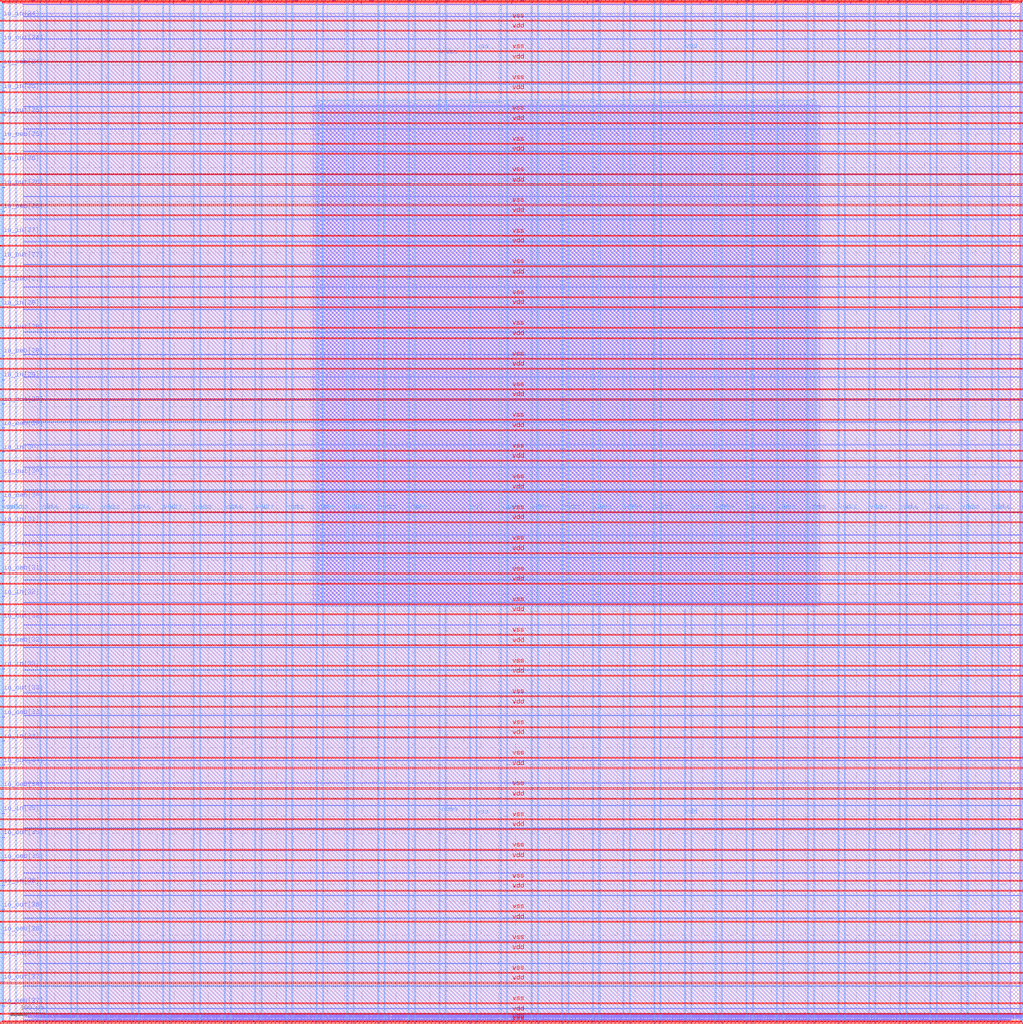
<source format=lef>
VERSION 5.7 ;
  NOWIREEXTENSIONATPIN ON ;
  DIVIDERCHAR "/" ;
  BUSBITCHARS "[]" ;
MACRO user_project_wrapper
  CLASS BLOCK ;
  FOREIGN user_project_wrapper ;
  ORIGIN 0.000 0.000 ;
  SIZE 2980.200 BY 2980.200 ;
  PIN io_in[0]
    DIRECTION INPUT ;
    USE SIGNAL ;
    PORT
      LAYER Metal3 ;
        RECT 2977.800 35.560 2985.000 36.680 ;
    END
  END io_in[0]
  PIN io_in[10]
    DIRECTION INPUT ;
    USE SIGNAL ;
    PORT
      LAYER Metal3 ;
        RECT 2977.800 2017.960 2985.000 2019.080 ;
    END
  END io_in[10]
  PIN io_in[11]
    DIRECTION INPUT ;
    USE SIGNAL ;
    PORT
      LAYER Metal3 ;
        RECT 2977.800 2216.200 2985.000 2217.320 ;
    END
  END io_in[11]
  PIN io_in[12]
    DIRECTION INPUT ;
    USE SIGNAL ;
    PORT
      LAYER Metal3 ;
        RECT 2977.800 2414.440 2985.000 2415.560 ;
    END
  END io_in[12]
  PIN io_in[13]
    DIRECTION INPUT ;
    USE SIGNAL ;
    PORT
      LAYER Metal3 ;
        RECT 2977.800 2612.680 2985.000 2613.800 ;
    END
  END io_in[13]
  PIN io_in[14]
    DIRECTION INPUT ;
    USE SIGNAL ;
    PORT
      LAYER Metal3 ;
        RECT 2977.800 2810.920 2985.000 2812.040 ;
    END
  END io_in[14]
  PIN io_in[15]
    DIRECTION INPUT ;
    USE SIGNAL ;
    PORT
      LAYER Metal2 ;
        RECT 2923.480 2977.800 2924.600 2985.000 ;
    END
  END io_in[15]
  PIN io_in[16]
    DIRECTION INPUT ;
    USE SIGNAL ;
    PORT
      LAYER Metal2 ;
        RECT 2592.520 2977.800 2593.640 2985.000 ;
    END
  END io_in[16]
  PIN io_in[17]
    DIRECTION INPUT ;
    USE SIGNAL ;
    PORT
      LAYER Metal2 ;
        RECT 2261.560 2977.800 2262.680 2985.000 ;
    END
  END io_in[17]
  PIN io_in[18]
    DIRECTION INPUT ;
    USE SIGNAL ;
    PORT
      LAYER Metal2 ;
        RECT 1930.600 2977.800 1931.720 2985.000 ;
    END
  END io_in[18]
  PIN io_in[19]
    DIRECTION INPUT ;
    USE SIGNAL ;
    PORT
      LAYER Metal2 ;
        RECT 1599.640 2977.800 1600.760 2985.000 ;
    END
  END io_in[19]
  PIN io_in[1]
    DIRECTION INPUT ;
    USE SIGNAL ;
    PORT
      LAYER Metal3 ;
        RECT 2977.800 233.800 2985.000 234.920 ;
    END
  END io_in[1]
  PIN io_in[20]
    DIRECTION INPUT ;
    USE SIGNAL ;
    PORT
      LAYER Metal2 ;
        RECT 1268.680 2977.800 1269.800 2985.000 ;
    END
  END io_in[20]
  PIN io_in[21]
    DIRECTION INPUT ;
    USE SIGNAL ;
    PORT
      LAYER Metal2 ;
        RECT 937.720 2977.800 938.840 2985.000 ;
    END
  END io_in[21]
  PIN io_in[22]
    DIRECTION INPUT ;
    USE SIGNAL ;
    PORT
      LAYER Metal2 ;
        RECT 606.760 2977.800 607.880 2985.000 ;
    END
  END io_in[22]
  PIN io_in[23]
    DIRECTION INPUT ;
    USE SIGNAL ;
    PORT
      LAYER Metal2 ;
        RECT 275.800 2977.800 276.920 2985.000 ;
    END
  END io_in[23]
  PIN io_in[24]
    DIRECTION INPUT ;
    USE SIGNAL ;
    PORT
      LAYER Metal3 ;
        RECT -4.800 2935.800 2.400 2936.920 ;
    END
  END io_in[24]
  PIN io_in[25]
    DIRECTION INPUT ;
    USE SIGNAL ;
    PORT
      LAYER Metal3 ;
        RECT -4.800 2724.120 2.400 2725.240 ;
    END
  END io_in[25]
  PIN io_in[26]
    DIRECTION INPUT ;
    USE SIGNAL ;
    PORT
      LAYER Metal3 ;
        RECT -4.800 2512.440 2.400 2513.560 ;
    END
  END io_in[26]
  PIN io_in[27]
    DIRECTION INPUT ;
    USE SIGNAL ;
    PORT
      LAYER Metal3 ;
        RECT -4.800 2300.760 2.400 2301.880 ;
    END
  END io_in[27]
  PIN io_in[28]
    DIRECTION INPUT ;
    USE SIGNAL ;
    PORT
      LAYER Metal3 ;
        RECT -4.800 2089.080 2.400 2090.200 ;
    END
  END io_in[28]
  PIN io_in[29]
    DIRECTION INPUT ;
    USE SIGNAL ;
    PORT
      LAYER Metal3 ;
        RECT -4.800 1877.400 2.400 1878.520 ;
    END
  END io_in[29]
  PIN io_in[2]
    DIRECTION INPUT ;
    USE SIGNAL ;
    PORT
      LAYER Metal3 ;
        RECT 2977.800 432.040 2985.000 433.160 ;
    END
  END io_in[2]
  PIN io_in[30]
    DIRECTION INPUT ;
    USE SIGNAL ;
    PORT
      LAYER Metal3 ;
        RECT -4.800 1665.720 2.400 1666.840 ;
    END
  END io_in[30]
  PIN io_in[31]
    DIRECTION INPUT ;
    USE SIGNAL ;
    PORT
      LAYER Metal3 ;
        RECT -4.800 1454.040 2.400 1455.160 ;
    END
  END io_in[31]
  PIN io_in[32]
    DIRECTION INPUT ;
    USE SIGNAL ;
    PORT
      LAYER Metal3 ;
        RECT -4.800 1242.360 2.400 1243.480 ;
    END
  END io_in[32]
  PIN io_in[33]
    DIRECTION INPUT ;
    USE SIGNAL ;
    PORT
      LAYER Metal3 ;
        RECT -4.800 1030.680 2.400 1031.800 ;
    END
  END io_in[33]
  PIN io_in[34]
    DIRECTION INPUT ;
    USE SIGNAL ;
    PORT
      LAYER Metal3 ;
        RECT -4.800 819.000 2.400 820.120 ;
    END
  END io_in[34]
  PIN io_in[35]
    DIRECTION INPUT ;
    USE SIGNAL ;
    PORT
      LAYER Metal3 ;
        RECT -4.800 607.320 2.400 608.440 ;
    END
  END io_in[35]
  PIN io_in[36]
    DIRECTION INPUT ;
    USE SIGNAL ;
    PORT
      LAYER Metal3 ;
        RECT -4.800 395.640 2.400 396.760 ;
    END
  END io_in[36]
  PIN io_in[37]
    DIRECTION INPUT ;
    USE SIGNAL ;
    PORT
      LAYER Metal3 ;
        RECT -4.800 183.960 2.400 185.080 ;
    END
  END io_in[37]
  PIN io_in[3]
    DIRECTION INPUT ;
    USE SIGNAL ;
    PORT
      LAYER Metal3 ;
        RECT 2977.800 630.280 2985.000 631.400 ;
    END
  END io_in[3]
  PIN io_in[4]
    DIRECTION INPUT ;
    USE SIGNAL ;
    PORT
      LAYER Metal3 ;
        RECT 2977.800 828.520 2985.000 829.640 ;
    END
  END io_in[4]
  PIN io_in[5]
    DIRECTION INPUT ;
    USE SIGNAL ;
    PORT
      LAYER Metal3 ;
        RECT 2977.800 1026.760 2985.000 1027.880 ;
    END
  END io_in[5]
  PIN io_in[6]
    DIRECTION INPUT ;
    USE SIGNAL ;
    PORT
      LAYER Metal3 ;
        RECT 2977.800 1225.000 2985.000 1226.120 ;
    END
  END io_in[6]
  PIN io_in[7]
    DIRECTION INPUT ;
    USE SIGNAL ;
    PORT
      LAYER Metal3 ;
        RECT 2977.800 1423.240 2985.000 1424.360 ;
    END
  END io_in[7]
  PIN io_in[8]
    DIRECTION INPUT ;
    USE SIGNAL ;
    PORT
      LAYER Metal3 ;
        RECT 2977.800 1621.480 2985.000 1622.600 ;
    END
  END io_in[8]
  PIN io_in[9]
    DIRECTION INPUT ;
    USE SIGNAL ;
    PORT
      LAYER Metal3 ;
        RECT 2977.800 1819.720 2985.000 1820.840 ;
    END
  END io_in[9]
  PIN io_oeb[0]
    DIRECTION OUTPUT TRISTATE ;
    USE SIGNAL ;
    PORT
      LAYER Metal3 ;
        RECT 2977.800 167.720 2985.000 168.840 ;
    END
  END io_oeb[0]
  PIN io_oeb[10]
    DIRECTION OUTPUT TRISTATE ;
    USE SIGNAL ;
    PORT
      LAYER Metal3 ;
        RECT 2977.800 2150.120 2985.000 2151.240 ;
    END
  END io_oeb[10]
  PIN io_oeb[11]
    DIRECTION OUTPUT TRISTATE ;
    USE SIGNAL ;
    PORT
      LAYER Metal3 ;
        RECT 2977.800 2348.360 2985.000 2349.480 ;
    END
  END io_oeb[11]
  PIN io_oeb[12]
    DIRECTION OUTPUT TRISTATE ;
    USE SIGNAL ;
    PORT
      LAYER Metal3 ;
        RECT 2977.800 2546.600 2985.000 2547.720 ;
    END
  END io_oeb[12]
  PIN io_oeb[13]
    DIRECTION OUTPUT TRISTATE ;
    USE SIGNAL ;
    PORT
      LAYER Metal3 ;
        RECT 2977.800 2744.840 2985.000 2745.960 ;
    END
  END io_oeb[13]
  PIN io_oeb[14]
    DIRECTION OUTPUT TRISTATE ;
    USE SIGNAL ;
    PORT
      LAYER Metal3 ;
        RECT 2977.800 2943.080 2985.000 2944.200 ;
    END
  END io_oeb[14]
  PIN io_oeb[15]
    DIRECTION OUTPUT TRISTATE ;
    USE SIGNAL ;
    PORT
      LAYER Metal2 ;
        RECT 2702.840 2977.800 2703.960 2985.000 ;
    END
  END io_oeb[15]
  PIN io_oeb[16]
    DIRECTION OUTPUT TRISTATE ;
    USE SIGNAL ;
    PORT
      LAYER Metal2 ;
        RECT 2371.880 2977.800 2373.000 2985.000 ;
    END
  END io_oeb[16]
  PIN io_oeb[17]
    DIRECTION OUTPUT TRISTATE ;
    USE SIGNAL ;
    PORT
      LAYER Metal2 ;
        RECT 2040.920 2977.800 2042.040 2985.000 ;
    END
  END io_oeb[17]
  PIN io_oeb[18]
    DIRECTION OUTPUT TRISTATE ;
    USE SIGNAL ;
    PORT
      LAYER Metal2 ;
        RECT 1709.960 2977.800 1711.080 2985.000 ;
    END
  END io_oeb[18]
  PIN io_oeb[19]
    DIRECTION OUTPUT TRISTATE ;
    USE SIGNAL ;
    PORT
      LAYER Metal2 ;
        RECT 1379.000 2977.800 1380.120 2985.000 ;
    END
  END io_oeb[19]
  PIN io_oeb[1]
    DIRECTION OUTPUT TRISTATE ;
    USE SIGNAL ;
    PORT
      LAYER Metal3 ;
        RECT 2977.800 365.960 2985.000 367.080 ;
    END
  END io_oeb[1]
  PIN io_oeb[20]
    DIRECTION OUTPUT TRISTATE ;
    USE SIGNAL ;
    PORT
      LAYER Metal2 ;
        RECT 1048.040 2977.800 1049.160 2985.000 ;
    END
  END io_oeb[20]
  PIN io_oeb[21]
    DIRECTION OUTPUT TRISTATE ;
    USE SIGNAL ;
    PORT
      LAYER Metal2 ;
        RECT 717.080 2977.800 718.200 2985.000 ;
    END
  END io_oeb[21]
  PIN io_oeb[22]
    DIRECTION OUTPUT TRISTATE ;
    USE SIGNAL ;
    PORT
      LAYER Metal2 ;
        RECT 386.120 2977.800 387.240 2985.000 ;
    END
  END io_oeb[22]
  PIN io_oeb[23]
    DIRECTION OUTPUT TRISTATE ;
    USE SIGNAL ;
    PORT
      LAYER Metal2 ;
        RECT 55.160 2977.800 56.280 2985.000 ;
    END
  END io_oeb[23]
  PIN io_oeb[24]
    DIRECTION OUTPUT TRISTATE ;
    USE SIGNAL ;
    PORT
      LAYER Metal3 ;
        RECT -4.800 2794.680 2.400 2795.800 ;
    END
  END io_oeb[24]
  PIN io_oeb[25]
    DIRECTION OUTPUT TRISTATE ;
    USE SIGNAL ;
    PORT
      LAYER Metal3 ;
        RECT -4.800 2583.000 2.400 2584.120 ;
    END
  END io_oeb[25]
  PIN io_oeb[26]
    DIRECTION OUTPUT TRISTATE ;
    USE SIGNAL ;
    PORT
      LAYER Metal3 ;
        RECT -4.800 2371.320 2.400 2372.440 ;
    END
  END io_oeb[26]
  PIN io_oeb[27]
    DIRECTION OUTPUT TRISTATE ;
    USE SIGNAL ;
    PORT
      LAYER Metal3 ;
        RECT -4.800 2159.640 2.400 2160.760 ;
    END
  END io_oeb[27]
  PIN io_oeb[28]
    DIRECTION OUTPUT TRISTATE ;
    USE SIGNAL ;
    PORT
      LAYER Metal3 ;
        RECT -4.800 1947.960 2.400 1949.080 ;
    END
  END io_oeb[28]
  PIN io_oeb[29]
    DIRECTION OUTPUT TRISTATE ;
    USE SIGNAL ;
    PORT
      LAYER Metal3 ;
        RECT -4.800 1736.280 2.400 1737.400 ;
    END
  END io_oeb[29]
  PIN io_oeb[2]
    DIRECTION OUTPUT TRISTATE ;
    USE SIGNAL ;
    PORT
      LAYER Metal3 ;
        RECT 2977.800 564.200 2985.000 565.320 ;
    END
  END io_oeb[2]
  PIN io_oeb[30]
    DIRECTION OUTPUT TRISTATE ;
    USE SIGNAL ;
    PORT
      LAYER Metal3 ;
        RECT -4.800 1524.600 2.400 1525.720 ;
    END
  END io_oeb[30]
  PIN io_oeb[31]
    DIRECTION OUTPUT TRISTATE ;
    USE SIGNAL ;
    PORT
      LAYER Metal3 ;
        RECT -4.800 1312.920 2.400 1314.040 ;
    END
  END io_oeb[31]
  PIN io_oeb[32]
    DIRECTION OUTPUT TRISTATE ;
    USE SIGNAL ;
    PORT
      LAYER Metal3 ;
        RECT -4.800 1101.240 2.400 1102.360 ;
    END
  END io_oeb[32]
  PIN io_oeb[33]
    DIRECTION OUTPUT TRISTATE ;
    USE SIGNAL ;
    PORT
      LAYER Metal3 ;
        RECT -4.800 889.560 2.400 890.680 ;
    END
  END io_oeb[33]
  PIN io_oeb[34]
    DIRECTION OUTPUT TRISTATE ;
    USE SIGNAL ;
    PORT
      LAYER Metal3 ;
        RECT -4.800 677.880 2.400 679.000 ;
    END
  END io_oeb[34]
  PIN io_oeb[35]
    DIRECTION OUTPUT TRISTATE ;
    USE SIGNAL ;
    PORT
      LAYER Metal3 ;
        RECT -4.800 466.200 2.400 467.320 ;
    END
  END io_oeb[35]
  PIN io_oeb[36]
    DIRECTION OUTPUT TRISTATE ;
    USE SIGNAL ;
    PORT
      LAYER Metal3 ;
        RECT -4.800 254.520 2.400 255.640 ;
    END
  END io_oeb[36]
  PIN io_oeb[37]
    DIRECTION OUTPUT TRISTATE ;
    USE SIGNAL ;
    PORT
      LAYER Metal3 ;
        RECT -4.800 42.840 2.400 43.960 ;
    END
  END io_oeb[37]
  PIN io_oeb[3]
    DIRECTION OUTPUT TRISTATE ;
    USE SIGNAL ;
    PORT
      LAYER Metal3 ;
        RECT 2977.800 762.440 2985.000 763.560 ;
    END
  END io_oeb[3]
  PIN io_oeb[4]
    DIRECTION OUTPUT TRISTATE ;
    USE SIGNAL ;
    PORT
      LAYER Metal3 ;
        RECT 2977.800 960.680 2985.000 961.800 ;
    END
  END io_oeb[4]
  PIN io_oeb[5]
    DIRECTION OUTPUT TRISTATE ;
    USE SIGNAL ;
    PORT
      LAYER Metal3 ;
        RECT 2977.800 1158.920 2985.000 1160.040 ;
    END
  END io_oeb[5]
  PIN io_oeb[6]
    DIRECTION OUTPUT TRISTATE ;
    USE SIGNAL ;
    PORT
      LAYER Metal3 ;
        RECT 2977.800 1357.160 2985.000 1358.280 ;
    END
  END io_oeb[6]
  PIN io_oeb[7]
    DIRECTION OUTPUT TRISTATE ;
    USE SIGNAL ;
    PORT
      LAYER Metal3 ;
        RECT 2977.800 1555.400 2985.000 1556.520 ;
    END
  END io_oeb[7]
  PIN io_oeb[8]
    DIRECTION OUTPUT TRISTATE ;
    USE SIGNAL ;
    PORT
      LAYER Metal3 ;
        RECT 2977.800 1753.640 2985.000 1754.760 ;
    END
  END io_oeb[8]
  PIN io_oeb[9]
    DIRECTION OUTPUT TRISTATE ;
    USE SIGNAL ;
    PORT
      LAYER Metal3 ;
        RECT 2977.800 1951.880 2985.000 1953.000 ;
    END
  END io_oeb[9]
  PIN io_out[0]
    DIRECTION OUTPUT TRISTATE ;
    USE SIGNAL ;
    PORT
      LAYER Metal3 ;
        RECT 2977.800 101.640 2985.000 102.760 ;
    END
  END io_out[0]
  PIN io_out[10]
    DIRECTION OUTPUT TRISTATE ;
    USE SIGNAL ;
    PORT
      LAYER Metal3 ;
        RECT 2977.800 2084.040 2985.000 2085.160 ;
    END
  END io_out[10]
  PIN io_out[11]
    DIRECTION OUTPUT TRISTATE ;
    USE SIGNAL ;
    PORT
      LAYER Metal3 ;
        RECT 2977.800 2282.280 2985.000 2283.400 ;
    END
  END io_out[11]
  PIN io_out[12]
    DIRECTION OUTPUT TRISTATE ;
    USE SIGNAL ;
    PORT
      LAYER Metal3 ;
        RECT 2977.800 2480.520 2985.000 2481.640 ;
    END
  END io_out[12]
  PIN io_out[13]
    DIRECTION OUTPUT TRISTATE ;
    USE SIGNAL ;
    PORT
      LAYER Metal3 ;
        RECT 2977.800 2678.760 2985.000 2679.880 ;
    END
  END io_out[13]
  PIN io_out[14]
    DIRECTION OUTPUT TRISTATE ;
    USE SIGNAL ;
    PORT
      LAYER Metal3 ;
        RECT 2977.800 2877.000 2985.000 2878.120 ;
    END
  END io_out[14]
  PIN io_out[15]
    DIRECTION OUTPUT TRISTATE ;
    USE SIGNAL ;
    PORT
      LAYER Metal2 ;
        RECT 2813.160 2977.800 2814.280 2985.000 ;
    END
  END io_out[15]
  PIN io_out[16]
    DIRECTION OUTPUT TRISTATE ;
    USE SIGNAL ;
    PORT
      LAYER Metal2 ;
        RECT 2482.200 2977.800 2483.320 2985.000 ;
    END
  END io_out[16]
  PIN io_out[17]
    DIRECTION OUTPUT TRISTATE ;
    USE SIGNAL ;
    PORT
      LAYER Metal2 ;
        RECT 2151.240 2977.800 2152.360 2985.000 ;
    END
  END io_out[17]
  PIN io_out[18]
    DIRECTION OUTPUT TRISTATE ;
    USE SIGNAL ;
    PORT
      LAYER Metal2 ;
        RECT 1820.280 2977.800 1821.400 2985.000 ;
    END
  END io_out[18]
  PIN io_out[19]
    DIRECTION OUTPUT TRISTATE ;
    USE SIGNAL ;
    PORT
      LAYER Metal2 ;
        RECT 1489.320 2977.800 1490.440 2985.000 ;
    END
  END io_out[19]
  PIN io_out[1]
    DIRECTION OUTPUT TRISTATE ;
    USE SIGNAL ;
    PORT
      LAYER Metal3 ;
        RECT 2977.800 299.880 2985.000 301.000 ;
    END
  END io_out[1]
  PIN io_out[20]
    DIRECTION OUTPUT TRISTATE ;
    USE SIGNAL ;
    PORT
      LAYER Metal2 ;
        RECT 1158.360 2977.800 1159.480 2985.000 ;
    END
  END io_out[20]
  PIN io_out[21]
    DIRECTION OUTPUT TRISTATE ;
    USE SIGNAL ;
    PORT
      LAYER Metal2 ;
        RECT 827.400 2977.800 828.520 2985.000 ;
    END
  END io_out[21]
  PIN io_out[22]
    DIRECTION OUTPUT TRISTATE ;
    USE SIGNAL ;
    PORT
      LAYER Metal2 ;
        RECT 496.440 2977.800 497.560 2985.000 ;
    END
  END io_out[22]
  PIN io_out[23]
    DIRECTION OUTPUT TRISTATE ;
    USE SIGNAL ;
    PORT
      LAYER Metal2 ;
        RECT 165.480 2977.800 166.600 2985.000 ;
    END
  END io_out[23]
  PIN io_out[24]
    DIRECTION OUTPUT TRISTATE ;
    USE SIGNAL ;
    PORT
      LAYER Metal3 ;
        RECT -4.800 2865.240 2.400 2866.360 ;
    END
  END io_out[24]
  PIN io_out[25]
    DIRECTION OUTPUT TRISTATE ;
    USE SIGNAL ;
    PORT
      LAYER Metal3 ;
        RECT -4.800 2653.560 2.400 2654.680 ;
    END
  END io_out[25]
  PIN io_out[26]
    DIRECTION OUTPUT TRISTATE ;
    USE SIGNAL ;
    PORT
      LAYER Metal3 ;
        RECT -4.800 2441.880 2.400 2443.000 ;
    END
  END io_out[26]
  PIN io_out[27]
    DIRECTION OUTPUT TRISTATE ;
    USE SIGNAL ;
    PORT
      LAYER Metal3 ;
        RECT -4.800 2230.200 2.400 2231.320 ;
    END
  END io_out[27]
  PIN io_out[28]
    DIRECTION OUTPUT TRISTATE ;
    USE SIGNAL ;
    PORT
      LAYER Metal3 ;
        RECT -4.800 2018.520 2.400 2019.640 ;
    END
  END io_out[28]
  PIN io_out[29]
    DIRECTION OUTPUT TRISTATE ;
    USE SIGNAL ;
    PORT
      LAYER Metal3 ;
        RECT -4.800 1806.840 2.400 1807.960 ;
    END
  END io_out[29]
  PIN io_out[2]
    DIRECTION OUTPUT TRISTATE ;
    USE SIGNAL ;
    PORT
      LAYER Metal3 ;
        RECT 2977.800 498.120 2985.000 499.240 ;
    END
  END io_out[2]
  PIN io_out[30]
    DIRECTION OUTPUT TRISTATE ;
    USE SIGNAL ;
    PORT
      LAYER Metal3 ;
        RECT -4.800 1595.160 2.400 1596.280 ;
    END
  END io_out[30]
  PIN io_out[31]
    DIRECTION OUTPUT TRISTATE ;
    USE SIGNAL ;
    PORT
      LAYER Metal3 ;
        RECT -4.800 1383.480 2.400 1384.600 ;
    END
  END io_out[31]
  PIN io_out[32]
    DIRECTION OUTPUT TRISTATE ;
    USE SIGNAL ;
    PORT
      LAYER Metal3 ;
        RECT -4.800 1171.800 2.400 1172.920 ;
    END
  END io_out[32]
  PIN io_out[33]
    DIRECTION OUTPUT TRISTATE ;
    USE SIGNAL ;
    PORT
      LAYER Metal3 ;
        RECT -4.800 960.120 2.400 961.240 ;
    END
  END io_out[33]
  PIN io_out[34]
    DIRECTION OUTPUT TRISTATE ;
    USE SIGNAL ;
    PORT
      LAYER Metal3 ;
        RECT -4.800 748.440 2.400 749.560 ;
    END
  END io_out[34]
  PIN io_out[35]
    DIRECTION OUTPUT TRISTATE ;
    USE SIGNAL ;
    PORT
      LAYER Metal3 ;
        RECT -4.800 536.760 2.400 537.880 ;
    END
  END io_out[35]
  PIN io_out[36]
    DIRECTION OUTPUT TRISTATE ;
    USE SIGNAL ;
    PORT
      LAYER Metal3 ;
        RECT -4.800 325.080 2.400 326.200 ;
    END
  END io_out[36]
  PIN io_out[37]
    DIRECTION OUTPUT TRISTATE ;
    USE SIGNAL ;
    PORT
      LAYER Metal3 ;
        RECT -4.800 113.400 2.400 114.520 ;
    END
  END io_out[37]
  PIN io_out[3]
    DIRECTION OUTPUT TRISTATE ;
    USE SIGNAL ;
    PORT
      LAYER Metal3 ;
        RECT 2977.800 696.360 2985.000 697.480 ;
    END
  END io_out[3]
  PIN io_out[4]
    DIRECTION OUTPUT TRISTATE ;
    USE SIGNAL ;
    PORT
      LAYER Metal3 ;
        RECT 2977.800 894.600 2985.000 895.720 ;
    END
  END io_out[4]
  PIN io_out[5]
    DIRECTION OUTPUT TRISTATE ;
    USE SIGNAL ;
    PORT
      LAYER Metal3 ;
        RECT 2977.800 1092.840 2985.000 1093.960 ;
    END
  END io_out[5]
  PIN io_out[6]
    DIRECTION OUTPUT TRISTATE ;
    USE SIGNAL ;
    PORT
      LAYER Metal3 ;
        RECT 2977.800 1291.080 2985.000 1292.200 ;
    END
  END io_out[6]
  PIN io_out[7]
    DIRECTION OUTPUT TRISTATE ;
    USE SIGNAL ;
    PORT
      LAYER Metal3 ;
        RECT 2977.800 1489.320 2985.000 1490.440 ;
    END
  END io_out[7]
  PIN io_out[8]
    DIRECTION OUTPUT TRISTATE ;
    USE SIGNAL ;
    PORT
      LAYER Metal3 ;
        RECT 2977.800 1687.560 2985.000 1688.680 ;
    END
  END io_out[8]
  PIN io_out[9]
    DIRECTION OUTPUT TRISTATE ;
    USE SIGNAL ;
    PORT
      LAYER Metal3 ;
        RECT 2977.800 1885.800 2985.000 1886.920 ;
    END
  END io_out[9]
  PIN la_data_in[0]
    DIRECTION INPUT ;
    USE SIGNAL ;
    PORT
      LAYER Metal2 ;
        RECT 1065.960 -4.800 1067.080 2.400 ;
    END
  END la_data_in[0]
  PIN la_data_in[10]
    DIRECTION INPUT ;
    USE SIGNAL ;
    PORT
      LAYER Metal2 ;
        RECT 1351.560 -4.800 1352.680 2.400 ;
    END
  END la_data_in[10]
  PIN la_data_in[11]
    DIRECTION INPUT ;
    USE SIGNAL ;
    PORT
      LAYER Metal2 ;
        RECT 1380.120 -4.800 1381.240 2.400 ;
    END
  END la_data_in[11]
  PIN la_data_in[12]
    DIRECTION INPUT ;
    USE SIGNAL ;
    PORT
      LAYER Metal2 ;
        RECT 1408.680 -4.800 1409.800 2.400 ;
    END
  END la_data_in[12]
  PIN la_data_in[13]
    DIRECTION INPUT ;
    USE SIGNAL ;
    PORT
      LAYER Metal2 ;
        RECT 1437.240 -4.800 1438.360 2.400 ;
    END
  END la_data_in[13]
  PIN la_data_in[14]
    DIRECTION INPUT ;
    USE SIGNAL ;
    PORT
      LAYER Metal2 ;
        RECT 1465.800 -4.800 1466.920 2.400 ;
    END
  END la_data_in[14]
  PIN la_data_in[15]
    DIRECTION INPUT ;
    USE SIGNAL ;
    PORT
      LAYER Metal2 ;
        RECT 1494.360 -4.800 1495.480 2.400 ;
    END
  END la_data_in[15]
  PIN la_data_in[16]
    DIRECTION INPUT ;
    USE SIGNAL ;
    PORT
      LAYER Metal2 ;
        RECT 1522.920 -4.800 1524.040 2.400 ;
    END
  END la_data_in[16]
  PIN la_data_in[17]
    DIRECTION INPUT ;
    USE SIGNAL ;
    PORT
      LAYER Metal2 ;
        RECT 1551.480 -4.800 1552.600 2.400 ;
    END
  END la_data_in[17]
  PIN la_data_in[18]
    DIRECTION INPUT ;
    USE SIGNAL ;
    PORT
      LAYER Metal2 ;
        RECT 1580.040 -4.800 1581.160 2.400 ;
    END
  END la_data_in[18]
  PIN la_data_in[19]
    DIRECTION INPUT ;
    USE SIGNAL ;
    PORT
      LAYER Metal2 ;
        RECT 1608.600 -4.800 1609.720 2.400 ;
    END
  END la_data_in[19]
  PIN la_data_in[1]
    DIRECTION INPUT ;
    USE SIGNAL ;
    PORT
      LAYER Metal2 ;
        RECT 1094.520 -4.800 1095.640 2.400 ;
    END
  END la_data_in[1]
  PIN la_data_in[20]
    DIRECTION INPUT ;
    USE SIGNAL ;
    PORT
      LAYER Metal2 ;
        RECT 1637.160 -4.800 1638.280 2.400 ;
    END
  END la_data_in[20]
  PIN la_data_in[21]
    DIRECTION INPUT ;
    USE SIGNAL ;
    PORT
      LAYER Metal2 ;
        RECT 1665.720 -4.800 1666.840 2.400 ;
    END
  END la_data_in[21]
  PIN la_data_in[22]
    DIRECTION INPUT ;
    USE SIGNAL ;
    PORT
      LAYER Metal2 ;
        RECT 1694.280 -4.800 1695.400 2.400 ;
    END
  END la_data_in[22]
  PIN la_data_in[23]
    DIRECTION INPUT ;
    USE SIGNAL ;
    PORT
      LAYER Metal2 ;
        RECT 1722.840 -4.800 1723.960 2.400 ;
    END
  END la_data_in[23]
  PIN la_data_in[24]
    DIRECTION INPUT ;
    USE SIGNAL ;
    PORT
      LAYER Metal2 ;
        RECT 1751.400 -4.800 1752.520 2.400 ;
    END
  END la_data_in[24]
  PIN la_data_in[25]
    DIRECTION INPUT ;
    USE SIGNAL ;
    PORT
      LAYER Metal2 ;
        RECT 1779.960 -4.800 1781.080 2.400 ;
    END
  END la_data_in[25]
  PIN la_data_in[26]
    DIRECTION INPUT ;
    USE SIGNAL ;
    PORT
      LAYER Metal2 ;
        RECT 1808.520 -4.800 1809.640 2.400 ;
    END
  END la_data_in[26]
  PIN la_data_in[27]
    DIRECTION INPUT ;
    USE SIGNAL ;
    PORT
      LAYER Metal2 ;
        RECT 1837.080 -4.800 1838.200 2.400 ;
    END
  END la_data_in[27]
  PIN la_data_in[28]
    DIRECTION INPUT ;
    USE SIGNAL ;
    PORT
      LAYER Metal2 ;
        RECT 1865.640 -4.800 1866.760 2.400 ;
    END
  END la_data_in[28]
  PIN la_data_in[29]
    DIRECTION INPUT ;
    USE SIGNAL ;
    PORT
      LAYER Metal2 ;
        RECT 1894.200 -4.800 1895.320 2.400 ;
    END
  END la_data_in[29]
  PIN la_data_in[2]
    DIRECTION INPUT ;
    USE SIGNAL ;
    PORT
      LAYER Metal2 ;
        RECT 1123.080 -4.800 1124.200 2.400 ;
    END
  END la_data_in[2]
  PIN la_data_in[30]
    DIRECTION INPUT ;
    USE SIGNAL ;
    PORT
      LAYER Metal2 ;
        RECT 1922.760 -4.800 1923.880 2.400 ;
    END
  END la_data_in[30]
  PIN la_data_in[31]
    DIRECTION INPUT ;
    USE SIGNAL ;
    PORT
      LAYER Metal2 ;
        RECT 1951.320 -4.800 1952.440 2.400 ;
    END
  END la_data_in[31]
  PIN la_data_in[32]
    DIRECTION INPUT ;
    USE SIGNAL ;
    PORT
      LAYER Metal2 ;
        RECT 1979.880 -4.800 1981.000 2.400 ;
    END
  END la_data_in[32]
  PIN la_data_in[33]
    DIRECTION INPUT ;
    USE SIGNAL ;
    PORT
      LAYER Metal2 ;
        RECT 2008.440 -4.800 2009.560 2.400 ;
    END
  END la_data_in[33]
  PIN la_data_in[34]
    DIRECTION INPUT ;
    USE SIGNAL ;
    PORT
      LAYER Metal2 ;
        RECT 2037.000 -4.800 2038.120 2.400 ;
    END
  END la_data_in[34]
  PIN la_data_in[35]
    DIRECTION INPUT ;
    USE SIGNAL ;
    PORT
      LAYER Metal2 ;
        RECT 2065.560 -4.800 2066.680 2.400 ;
    END
  END la_data_in[35]
  PIN la_data_in[36]
    DIRECTION INPUT ;
    USE SIGNAL ;
    PORT
      LAYER Metal2 ;
        RECT 2094.120 -4.800 2095.240 2.400 ;
    END
  END la_data_in[36]
  PIN la_data_in[37]
    DIRECTION INPUT ;
    USE SIGNAL ;
    PORT
      LAYER Metal2 ;
        RECT 2122.680 -4.800 2123.800 2.400 ;
    END
  END la_data_in[37]
  PIN la_data_in[38]
    DIRECTION INPUT ;
    USE SIGNAL ;
    PORT
      LAYER Metal2 ;
        RECT 2151.240 -4.800 2152.360 2.400 ;
    END
  END la_data_in[38]
  PIN la_data_in[39]
    DIRECTION INPUT ;
    USE SIGNAL ;
    PORT
      LAYER Metal2 ;
        RECT 2179.800 -4.800 2180.920 2.400 ;
    END
  END la_data_in[39]
  PIN la_data_in[3]
    DIRECTION INPUT ;
    USE SIGNAL ;
    PORT
      LAYER Metal2 ;
        RECT 1151.640 -4.800 1152.760 2.400 ;
    END
  END la_data_in[3]
  PIN la_data_in[40]
    DIRECTION INPUT ;
    USE SIGNAL ;
    PORT
      LAYER Metal2 ;
        RECT 2208.360 -4.800 2209.480 2.400 ;
    END
  END la_data_in[40]
  PIN la_data_in[41]
    DIRECTION INPUT ;
    USE SIGNAL ;
    PORT
      LAYER Metal2 ;
        RECT 2236.920 -4.800 2238.040 2.400 ;
    END
  END la_data_in[41]
  PIN la_data_in[42]
    DIRECTION INPUT ;
    USE SIGNAL ;
    PORT
      LAYER Metal2 ;
        RECT 2265.480 -4.800 2266.600 2.400 ;
    END
  END la_data_in[42]
  PIN la_data_in[43]
    DIRECTION INPUT ;
    USE SIGNAL ;
    PORT
      LAYER Metal2 ;
        RECT 2294.040 -4.800 2295.160 2.400 ;
    END
  END la_data_in[43]
  PIN la_data_in[44]
    DIRECTION INPUT ;
    USE SIGNAL ;
    PORT
      LAYER Metal2 ;
        RECT 2322.600 -4.800 2323.720 2.400 ;
    END
  END la_data_in[44]
  PIN la_data_in[45]
    DIRECTION INPUT ;
    USE SIGNAL ;
    PORT
      LAYER Metal2 ;
        RECT 2351.160 -4.800 2352.280 2.400 ;
    END
  END la_data_in[45]
  PIN la_data_in[46]
    DIRECTION INPUT ;
    USE SIGNAL ;
    PORT
      LAYER Metal2 ;
        RECT 2379.720 -4.800 2380.840 2.400 ;
    END
  END la_data_in[46]
  PIN la_data_in[47]
    DIRECTION INPUT ;
    USE SIGNAL ;
    PORT
      LAYER Metal2 ;
        RECT 2408.280 -4.800 2409.400 2.400 ;
    END
  END la_data_in[47]
  PIN la_data_in[48]
    DIRECTION INPUT ;
    USE SIGNAL ;
    PORT
      LAYER Metal2 ;
        RECT 2436.840 -4.800 2437.960 2.400 ;
    END
  END la_data_in[48]
  PIN la_data_in[49]
    DIRECTION INPUT ;
    USE SIGNAL ;
    PORT
      LAYER Metal2 ;
        RECT 2465.400 -4.800 2466.520 2.400 ;
    END
  END la_data_in[49]
  PIN la_data_in[4]
    DIRECTION INPUT ;
    USE SIGNAL ;
    PORT
      LAYER Metal2 ;
        RECT 1180.200 -4.800 1181.320 2.400 ;
    END
  END la_data_in[4]
  PIN la_data_in[50]
    DIRECTION INPUT ;
    USE SIGNAL ;
    PORT
      LAYER Metal2 ;
        RECT 2493.960 -4.800 2495.080 2.400 ;
    END
  END la_data_in[50]
  PIN la_data_in[51]
    DIRECTION INPUT ;
    USE SIGNAL ;
    PORT
      LAYER Metal2 ;
        RECT 2522.520 -4.800 2523.640 2.400 ;
    END
  END la_data_in[51]
  PIN la_data_in[52]
    DIRECTION INPUT ;
    USE SIGNAL ;
    PORT
      LAYER Metal2 ;
        RECT 2551.080 -4.800 2552.200 2.400 ;
    END
  END la_data_in[52]
  PIN la_data_in[53]
    DIRECTION INPUT ;
    USE SIGNAL ;
    PORT
      LAYER Metal2 ;
        RECT 2579.640 -4.800 2580.760 2.400 ;
    END
  END la_data_in[53]
  PIN la_data_in[54]
    DIRECTION INPUT ;
    USE SIGNAL ;
    PORT
      LAYER Metal2 ;
        RECT 2608.200 -4.800 2609.320 2.400 ;
    END
  END la_data_in[54]
  PIN la_data_in[55]
    DIRECTION INPUT ;
    USE SIGNAL ;
    PORT
      LAYER Metal2 ;
        RECT 2636.760 -4.800 2637.880 2.400 ;
    END
  END la_data_in[55]
  PIN la_data_in[56]
    DIRECTION INPUT ;
    USE SIGNAL ;
    PORT
      LAYER Metal2 ;
        RECT 2665.320 -4.800 2666.440 2.400 ;
    END
  END la_data_in[56]
  PIN la_data_in[57]
    DIRECTION INPUT ;
    USE SIGNAL ;
    PORT
      LAYER Metal2 ;
        RECT 2693.880 -4.800 2695.000 2.400 ;
    END
  END la_data_in[57]
  PIN la_data_in[58]
    DIRECTION INPUT ;
    USE SIGNAL ;
    PORT
      LAYER Metal2 ;
        RECT 2722.440 -4.800 2723.560 2.400 ;
    END
  END la_data_in[58]
  PIN la_data_in[59]
    DIRECTION INPUT ;
    USE SIGNAL ;
    PORT
      LAYER Metal2 ;
        RECT 2751.000 -4.800 2752.120 2.400 ;
    END
  END la_data_in[59]
  PIN la_data_in[5]
    DIRECTION INPUT ;
    USE SIGNAL ;
    PORT
      LAYER Metal2 ;
        RECT 1208.760 -4.800 1209.880 2.400 ;
    END
  END la_data_in[5]
  PIN la_data_in[60]
    DIRECTION INPUT ;
    USE SIGNAL ;
    PORT
      LAYER Metal2 ;
        RECT 2779.560 -4.800 2780.680 2.400 ;
    END
  END la_data_in[60]
  PIN la_data_in[61]
    DIRECTION INPUT ;
    USE SIGNAL ;
    PORT
      LAYER Metal2 ;
        RECT 2808.120 -4.800 2809.240 2.400 ;
    END
  END la_data_in[61]
  PIN la_data_in[62]
    DIRECTION INPUT ;
    USE SIGNAL ;
    PORT
      LAYER Metal2 ;
        RECT 2836.680 -4.800 2837.800 2.400 ;
    END
  END la_data_in[62]
  PIN la_data_in[63]
    DIRECTION INPUT ;
    USE SIGNAL ;
    PORT
      LAYER Metal2 ;
        RECT 2865.240 -4.800 2866.360 2.400 ;
    END
  END la_data_in[63]
  PIN la_data_in[6]
    DIRECTION INPUT ;
    USE SIGNAL ;
    PORT
      LAYER Metal2 ;
        RECT 1237.320 -4.800 1238.440 2.400 ;
    END
  END la_data_in[6]
  PIN la_data_in[7]
    DIRECTION INPUT ;
    USE SIGNAL ;
    PORT
      LAYER Metal2 ;
        RECT 1265.880 -4.800 1267.000 2.400 ;
    END
  END la_data_in[7]
  PIN la_data_in[8]
    DIRECTION INPUT ;
    USE SIGNAL ;
    PORT
      LAYER Metal2 ;
        RECT 1294.440 -4.800 1295.560 2.400 ;
    END
  END la_data_in[8]
  PIN la_data_in[9]
    DIRECTION INPUT ;
    USE SIGNAL ;
    PORT
      LAYER Metal2 ;
        RECT 1323.000 -4.800 1324.120 2.400 ;
    END
  END la_data_in[9]
  PIN la_data_out[0]
    DIRECTION OUTPUT TRISTATE ;
    USE SIGNAL ;
    PORT
      LAYER Metal2 ;
        RECT 1075.480 -4.800 1076.600 2.400 ;
    END
  END la_data_out[0]
  PIN la_data_out[10]
    DIRECTION OUTPUT TRISTATE ;
    USE SIGNAL ;
    PORT
      LAYER Metal2 ;
        RECT 1361.080 -4.800 1362.200 2.400 ;
    END
  END la_data_out[10]
  PIN la_data_out[11]
    DIRECTION OUTPUT TRISTATE ;
    USE SIGNAL ;
    PORT
      LAYER Metal2 ;
        RECT 1389.640 -4.800 1390.760 2.400 ;
    END
  END la_data_out[11]
  PIN la_data_out[12]
    DIRECTION OUTPUT TRISTATE ;
    USE SIGNAL ;
    PORT
      LAYER Metal2 ;
        RECT 1418.200 -4.800 1419.320 2.400 ;
    END
  END la_data_out[12]
  PIN la_data_out[13]
    DIRECTION OUTPUT TRISTATE ;
    USE SIGNAL ;
    PORT
      LAYER Metal2 ;
        RECT 1446.760 -4.800 1447.880 2.400 ;
    END
  END la_data_out[13]
  PIN la_data_out[14]
    DIRECTION OUTPUT TRISTATE ;
    USE SIGNAL ;
    PORT
      LAYER Metal2 ;
        RECT 1475.320 -4.800 1476.440 2.400 ;
    END
  END la_data_out[14]
  PIN la_data_out[15]
    DIRECTION OUTPUT TRISTATE ;
    USE SIGNAL ;
    PORT
      LAYER Metal2 ;
        RECT 1503.880 -4.800 1505.000 2.400 ;
    END
  END la_data_out[15]
  PIN la_data_out[16]
    DIRECTION OUTPUT TRISTATE ;
    USE SIGNAL ;
    PORT
      LAYER Metal2 ;
        RECT 1532.440 -4.800 1533.560 2.400 ;
    END
  END la_data_out[16]
  PIN la_data_out[17]
    DIRECTION OUTPUT TRISTATE ;
    USE SIGNAL ;
    PORT
      LAYER Metal2 ;
        RECT 1561.000 -4.800 1562.120 2.400 ;
    END
  END la_data_out[17]
  PIN la_data_out[18]
    DIRECTION OUTPUT TRISTATE ;
    USE SIGNAL ;
    PORT
      LAYER Metal2 ;
        RECT 1589.560 -4.800 1590.680 2.400 ;
    END
  END la_data_out[18]
  PIN la_data_out[19]
    DIRECTION OUTPUT TRISTATE ;
    USE SIGNAL ;
    PORT
      LAYER Metal2 ;
        RECT 1618.120 -4.800 1619.240 2.400 ;
    END
  END la_data_out[19]
  PIN la_data_out[1]
    DIRECTION OUTPUT TRISTATE ;
    USE SIGNAL ;
    PORT
      LAYER Metal2 ;
        RECT 1104.040 -4.800 1105.160 2.400 ;
    END
  END la_data_out[1]
  PIN la_data_out[20]
    DIRECTION OUTPUT TRISTATE ;
    USE SIGNAL ;
    PORT
      LAYER Metal2 ;
        RECT 1646.680 -4.800 1647.800 2.400 ;
    END
  END la_data_out[20]
  PIN la_data_out[21]
    DIRECTION OUTPUT TRISTATE ;
    USE SIGNAL ;
    PORT
      LAYER Metal2 ;
        RECT 1675.240 -4.800 1676.360 2.400 ;
    END
  END la_data_out[21]
  PIN la_data_out[22]
    DIRECTION OUTPUT TRISTATE ;
    USE SIGNAL ;
    PORT
      LAYER Metal2 ;
        RECT 1703.800 -4.800 1704.920 2.400 ;
    END
  END la_data_out[22]
  PIN la_data_out[23]
    DIRECTION OUTPUT TRISTATE ;
    USE SIGNAL ;
    PORT
      LAYER Metal2 ;
        RECT 1732.360 -4.800 1733.480 2.400 ;
    END
  END la_data_out[23]
  PIN la_data_out[24]
    DIRECTION OUTPUT TRISTATE ;
    USE SIGNAL ;
    PORT
      LAYER Metal2 ;
        RECT 1760.920 -4.800 1762.040 2.400 ;
    END
  END la_data_out[24]
  PIN la_data_out[25]
    DIRECTION OUTPUT TRISTATE ;
    USE SIGNAL ;
    PORT
      LAYER Metal2 ;
        RECT 1789.480 -4.800 1790.600 2.400 ;
    END
  END la_data_out[25]
  PIN la_data_out[26]
    DIRECTION OUTPUT TRISTATE ;
    USE SIGNAL ;
    PORT
      LAYER Metal2 ;
        RECT 1818.040 -4.800 1819.160 2.400 ;
    END
  END la_data_out[26]
  PIN la_data_out[27]
    DIRECTION OUTPUT TRISTATE ;
    USE SIGNAL ;
    PORT
      LAYER Metal2 ;
        RECT 1846.600 -4.800 1847.720 2.400 ;
    END
  END la_data_out[27]
  PIN la_data_out[28]
    DIRECTION OUTPUT TRISTATE ;
    USE SIGNAL ;
    PORT
      LAYER Metal2 ;
        RECT 1875.160 -4.800 1876.280 2.400 ;
    END
  END la_data_out[28]
  PIN la_data_out[29]
    DIRECTION OUTPUT TRISTATE ;
    USE SIGNAL ;
    PORT
      LAYER Metal2 ;
        RECT 1903.720 -4.800 1904.840 2.400 ;
    END
  END la_data_out[29]
  PIN la_data_out[2]
    DIRECTION OUTPUT TRISTATE ;
    USE SIGNAL ;
    PORT
      LAYER Metal2 ;
        RECT 1132.600 -4.800 1133.720 2.400 ;
    END
  END la_data_out[2]
  PIN la_data_out[30]
    DIRECTION OUTPUT TRISTATE ;
    USE SIGNAL ;
    PORT
      LAYER Metal2 ;
        RECT 1932.280 -4.800 1933.400 2.400 ;
    END
  END la_data_out[30]
  PIN la_data_out[31]
    DIRECTION OUTPUT TRISTATE ;
    USE SIGNAL ;
    PORT
      LAYER Metal2 ;
        RECT 1960.840 -4.800 1961.960 2.400 ;
    END
  END la_data_out[31]
  PIN la_data_out[32]
    DIRECTION OUTPUT TRISTATE ;
    USE SIGNAL ;
    PORT
      LAYER Metal2 ;
        RECT 1989.400 -4.800 1990.520 2.400 ;
    END
  END la_data_out[32]
  PIN la_data_out[33]
    DIRECTION OUTPUT TRISTATE ;
    USE SIGNAL ;
    PORT
      LAYER Metal2 ;
        RECT 2017.960 -4.800 2019.080 2.400 ;
    END
  END la_data_out[33]
  PIN la_data_out[34]
    DIRECTION OUTPUT TRISTATE ;
    USE SIGNAL ;
    PORT
      LAYER Metal2 ;
        RECT 2046.520 -4.800 2047.640 2.400 ;
    END
  END la_data_out[34]
  PIN la_data_out[35]
    DIRECTION OUTPUT TRISTATE ;
    USE SIGNAL ;
    PORT
      LAYER Metal2 ;
        RECT 2075.080 -4.800 2076.200 2.400 ;
    END
  END la_data_out[35]
  PIN la_data_out[36]
    DIRECTION OUTPUT TRISTATE ;
    USE SIGNAL ;
    PORT
      LAYER Metal2 ;
        RECT 2103.640 -4.800 2104.760 2.400 ;
    END
  END la_data_out[36]
  PIN la_data_out[37]
    DIRECTION OUTPUT TRISTATE ;
    USE SIGNAL ;
    PORT
      LAYER Metal2 ;
        RECT 2132.200 -4.800 2133.320 2.400 ;
    END
  END la_data_out[37]
  PIN la_data_out[38]
    DIRECTION OUTPUT TRISTATE ;
    USE SIGNAL ;
    PORT
      LAYER Metal2 ;
        RECT 2160.760 -4.800 2161.880 2.400 ;
    END
  END la_data_out[38]
  PIN la_data_out[39]
    DIRECTION OUTPUT TRISTATE ;
    USE SIGNAL ;
    PORT
      LAYER Metal2 ;
        RECT 2189.320 -4.800 2190.440 2.400 ;
    END
  END la_data_out[39]
  PIN la_data_out[3]
    DIRECTION OUTPUT TRISTATE ;
    USE SIGNAL ;
    PORT
      LAYER Metal2 ;
        RECT 1161.160 -4.800 1162.280 2.400 ;
    END
  END la_data_out[3]
  PIN la_data_out[40]
    DIRECTION OUTPUT TRISTATE ;
    USE SIGNAL ;
    PORT
      LAYER Metal2 ;
        RECT 2217.880 -4.800 2219.000 2.400 ;
    END
  END la_data_out[40]
  PIN la_data_out[41]
    DIRECTION OUTPUT TRISTATE ;
    USE SIGNAL ;
    PORT
      LAYER Metal2 ;
        RECT 2246.440 -4.800 2247.560 2.400 ;
    END
  END la_data_out[41]
  PIN la_data_out[42]
    DIRECTION OUTPUT TRISTATE ;
    USE SIGNAL ;
    PORT
      LAYER Metal2 ;
        RECT 2275.000 -4.800 2276.120 2.400 ;
    END
  END la_data_out[42]
  PIN la_data_out[43]
    DIRECTION OUTPUT TRISTATE ;
    USE SIGNAL ;
    PORT
      LAYER Metal2 ;
        RECT 2303.560 -4.800 2304.680 2.400 ;
    END
  END la_data_out[43]
  PIN la_data_out[44]
    DIRECTION OUTPUT TRISTATE ;
    USE SIGNAL ;
    PORT
      LAYER Metal2 ;
        RECT 2332.120 -4.800 2333.240 2.400 ;
    END
  END la_data_out[44]
  PIN la_data_out[45]
    DIRECTION OUTPUT TRISTATE ;
    USE SIGNAL ;
    PORT
      LAYER Metal2 ;
        RECT 2360.680 -4.800 2361.800 2.400 ;
    END
  END la_data_out[45]
  PIN la_data_out[46]
    DIRECTION OUTPUT TRISTATE ;
    USE SIGNAL ;
    PORT
      LAYER Metal2 ;
        RECT 2389.240 -4.800 2390.360 2.400 ;
    END
  END la_data_out[46]
  PIN la_data_out[47]
    DIRECTION OUTPUT TRISTATE ;
    USE SIGNAL ;
    PORT
      LAYER Metal2 ;
        RECT 2417.800 -4.800 2418.920 2.400 ;
    END
  END la_data_out[47]
  PIN la_data_out[48]
    DIRECTION OUTPUT TRISTATE ;
    USE SIGNAL ;
    PORT
      LAYER Metal2 ;
        RECT 2446.360 -4.800 2447.480 2.400 ;
    END
  END la_data_out[48]
  PIN la_data_out[49]
    DIRECTION OUTPUT TRISTATE ;
    USE SIGNAL ;
    PORT
      LAYER Metal2 ;
        RECT 2474.920 -4.800 2476.040 2.400 ;
    END
  END la_data_out[49]
  PIN la_data_out[4]
    DIRECTION OUTPUT TRISTATE ;
    USE SIGNAL ;
    PORT
      LAYER Metal2 ;
        RECT 1189.720 -4.800 1190.840 2.400 ;
    END
  END la_data_out[4]
  PIN la_data_out[50]
    DIRECTION OUTPUT TRISTATE ;
    USE SIGNAL ;
    PORT
      LAYER Metal2 ;
        RECT 2503.480 -4.800 2504.600 2.400 ;
    END
  END la_data_out[50]
  PIN la_data_out[51]
    DIRECTION OUTPUT TRISTATE ;
    USE SIGNAL ;
    PORT
      LAYER Metal2 ;
        RECT 2532.040 -4.800 2533.160 2.400 ;
    END
  END la_data_out[51]
  PIN la_data_out[52]
    DIRECTION OUTPUT TRISTATE ;
    USE SIGNAL ;
    PORT
      LAYER Metal2 ;
        RECT 2560.600 -4.800 2561.720 2.400 ;
    END
  END la_data_out[52]
  PIN la_data_out[53]
    DIRECTION OUTPUT TRISTATE ;
    USE SIGNAL ;
    PORT
      LAYER Metal2 ;
        RECT 2589.160 -4.800 2590.280 2.400 ;
    END
  END la_data_out[53]
  PIN la_data_out[54]
    DIRECTION OUTPUT TRISTATE ;
    USE SIGNAL ;
    PORT
      LAYER Metal2 ;
        RECT 2617.720 -4.800 2618.840 2.400 ;
    END
  END la_data_out[54]
  PIN la_data_out[55]
    DIRECTION OUTPUT TRISTATE ;
    USE SIGNAL ;
    PORT
      LAYER Metal2 ;
        RECT 2646.280 -4.800 2647.400 2.400 ;
    END
  END la_data_out[55]
  PIN la_data_out[56]
    DIRECTION OUTPUT TRISTATE ;
    USE SIGNAL ;
    PORT
      LAYER Metal2 ;
        RECT 2674.840 -4.800 2675.960 2.400 ;
    END
  END la_data_out[56]
  PIN la_data_out[57]
    DIRECTION OUTPUT TRISTATE ;
    USE SIGNAL ;
    PORT
      LAYER Metal2 ;
        RECT 2703.400 -4.800 2704.520 2.400 ;
    END
  END la_data_out[57]
  PIN la_data_out[58]
    DIRECTION OUTPUT TRISTATE ;
    USE SIGNAL ;
    PORT
      LAYER Metal2 ;
        RECT 2731.960 -4.800 2733.080 2.400 ;
    END
  END la_data_out[58]
  PIN la_data_out[59]
    DIRECTION OUTPUT TRISTATE ;
    USE SIGNAL ;
    PORT
      LAYER Metal2 ;
        RECT 2760.520 -4.800 2761.640 2.400 ;
    END
  END la_data_out[59]
  PIN la_data_out[5]
    DIRECTION OUTPUT TRISTATE ;
    USE SIGNAL ;
    PORT
      LAYER Metal2 ;
        RECT 1218.280 -4.800 1219.400 2.400 ;
    END
  END la_data_out[5]
  PIN la_data_out[60]
    DIRECTION OUTPUT TRISTATE ;
    USE SIGNAL ;
    PORT
      LAYER Metal2 ;
        RECT 2789.080 -4.800 2790.200 2.400 ;
    END
  END la_data_out[60]
  PIN la_data_out[61]
    DIRECTION OUTPUT TRISTATE ;
    USE SIGNAL ;
    PORT
      LAYER Metal2 ;
        RECT 2817.640 -4.800 2818.760 2.400 ;
    END
  END la_data_out[61]
  PIN la_data_out[62]
    DIRECTION OUTPUT TRISTATE ;
    USE SIGNAL ;
    PORT
      LAYER Metal2 ;
        RECT 2846.200 -4.800 2847.320 2.400 ;
    END
  END la_data_out[62]
  PIN la_data_out[63]
    DIRECTION OUTPUT TRISTATE ;
    USE SIGNAL ;
    PORT
      LAYER Metal2 ;
        RECT 2874.760 -4.800 2875.880 2.400 ;
    END
  END la_data_out[63]
  PIN la_data_out[6]
    DIRECTION OUTPUT TRISTATE ;
    USE SIGNAL ;
    PORT
      LAYER Metal2 ;
        RECT 1246.840 -4.800 1247.960 2.400 ;
    END
  END la_data_out[6]
  PIN la_data_out[7]
    DIRECTION OUTPUT TRISTATE ;
    USE SIGNAL ;
    PORT
      LAYER Metal2 ;
        RECT 1275.400 -4.800 1276.520 2.400 ;
    END
  END la_data_out[7]
  PIN la_data_out[8]
    DIRECTION OUTPUT TRISTATE ;
    USE SIGNAL ;
    PORT
      LAYER Metal2 ;
        RECT 1303.960 -4.800 1305.080 2.400 ;
    END
  END la_data_out[8]
  PIN la_data_out[9]
    DIRECTION OUTPUT TRISTATE ;
    USE SIGNAL ;
    PORT
      LAYER Metal2 ;
        RECT 1332.520 -4.800 1333.640 2.400 ;
    END
  END la_data_out[9]
  PIN la_oenb[0]
    DIRECTION INPUT ;
    USE SIGNAL ;
    PORT
      LAYER Metal2 ;
        RECT 1085.000 -4.800 1086.120 2.400 ;
    END
  END la_oenb[0]
  PIN la_oenb[10]
    DIRECTION INPUT ;
    USE SIGNAL ;
    PORT
      LAYER Metal2 ;
        RECT 1370.600 -4.800 1371.720 2.400 ;
    END
  END la_oenb[10]
  PIN la_oenb[11]
    DIRECTION INPUT ;
    USE SIGNAL ;
    PORT
      LAYER Metal2 ;
        RECT 1399.160 -4.800 1400.280 2.400 ;
    END
  END la_oenb[11]
  PIN la_oenb[12]
    DIRECTION INPUT ;
    USE SIGNAL ;
    PORT
      LAYER Metal2 ;
        RECT 1427.720 -4.800 1428.840 2.400 ;
    END
  END la_oenb[12]
  PIN la_oenb[13]
    DIRECTION INPUT ;
    USE SIGNAL ;
    PORT
      LAYER Metal2 ;
        RECT 1456.280 -4.800 1457.400 2.400 ;
    END
  END la_oenb[13]
  PIN la_oenb[14]
    DIRECTION INPUT ;
    USE SIGNAL ;
    PORT
      LAYER Metal2 ;
        RECT 1484.840 -4.800 1485.960 2.400 ;
    END
  END la_oenb[14]
  PIN la_oenb[15]
    DIRECTION INPUT ;
    USE SIGNAL ;
    PORT
      LAYER Metal2 ;
        RECT 1513.400 -4.800 1514.520 2.400 ;
    END
  END la_oenb[15]
  PIN la_oenb[16]
    DIRECTION INPUT ;
    USE SIGNAL ;
    PORT
      LAYER Metal2 ;
        RECT 1541.960 -4.800 1543.080 2.400 ;
    END
  END la_oenb[16]
  PIN la_oenb[17]
    DIRECTION INPUT ;
    USE SIGNAL ;
    PORT
      LAYER Metal2 ;
        RECT 1570.520 -4.800 1571.640 2.400 ;
    END
  END la_oenb[17]
  PIN la_oenb[18]
    DIRECTION INPUT ;
    USE SIGNAL ;
    PORT
      LAYER Metal2 ;
        RECT 1599.080 -4.800 1600.200 2.400 ;
    END
  END la_oenb[18]
  PIN la_oenb[19]
    DIRECTION INPUT ;
    USE SIGNAL ;
    PORT
      LAYER Metal2 ;
        RECT 1627.640 -4.800 1628.760 2.400 ;
    END
  END la_oenb[19]
  PIN la_oenb[1]
    DIRECTION INPUT ;
    USE SIGNAL ;
    PORT
      LAYER Metal2 ;
        RECT 1113.560 -4.800 1114.680 2.400 ;
    END
  END la_oenb[1]
  PIN la_oenb[20]
    DIRECTION INPUT ;
    USE SIGNAL ;
    PORT
      LAYER Metal2 ;
        RECT 1656.200 -4.800 1657.320 2.400 ;
    END
  END la_oenb[20]
  PIN la_oenb[21]
    DIRECTION INPUT ;
    USE SIGNAL ;
    PORT
      LAYER Metal2 ;
        RECT 1684.760 -4.800 1685.880 2.400 ;
    END
  END la_oenb[21]
  PIN la_oenb[22]
    DIRECTION INPUT ;
    USE SIGNAL ;
    PORT
      LAYER Metal2 ;
        RECT 1713.320 -4.800 1714.440 2.400 ;
    END
  END la_oenb[22]
  PIN la_oenb[23]
    DIRECTION INPUT ;
    USE SIGNAL ;
    PORT
      LAYER Metal2 ;
        RECT 1741.880 -4.800 1743.000 2.400 ;
    END
  END la_oenb[23]
  PIN la_oenb[24]
    DIRECTION INPUT ;
    USE SIGNAL ;
    PORT
      LAYER Metal2 ;
        RECT 1770.440 -4.800 1771.560 2.400 ;
    END
  END la_oenb[24]
  PIN la_oenb[25]
    DIRECTION INPUT ;
    USE SIGNAL ;
    PORT
      LAYER Metal2 ;
        RECT 1799.000 -4.800 1800.120 2.400 ;
    END
  END la_oenb[25]
  PIN la_oenb[26]
    DIRECTION INPUT ;
    USE SIGNAL ;
    PORT
      LAYER Metal2 ;
        RECT 1827.560 -4.800 1828.680 2.400 ;
    END
  END la_oenb[26]
  PIN la_oenb[27]
    DIRECTION INPUT ;
    USE SIGNAL ;
    PORT
      LAYER Metal2 ;
        RECT 1856.120 -4.800 1857.240 2.400 ;
    END
  END la_oenb[27]
  PIN la_oenb[28]
    DIRECTION INPUT ;
    USE SIGNAL ;
    PORT
      LAYER Metal2 ;
        RECT 1884.680 -4.800 1885.800 2.400 ;
    END
  END la_oenb[28]
  PIN la_oenb[29]
    DIRECTION INPUT ;
    USE SIGNAL ;
    PORT
      LAYER Metal2 ;
        RECT 1913.240 -4.800 1914.360 2.400 ;
    END
  END la_oenb[29]
  PIN la_oenb[2]
    DIRECTION INPUT ;
    USE SIGNAL ;
    PORT
      LAYER Metal2 ;
        RECT 1142.120 -4.800 1143.240 2.400 ;
    END
  END la_oenb[2]
  PIN la_oenb[30]
    DIRECTION INPUT ;
    USE SIGNAL ;
    PORT
      LAYER Metal2 ;
        RECT 1941.800 -4.800 1942.920 2.400 ;
    END
  END la_oenb[30]
  PIN la_oenb[31]
    DIRECTION INPUT ;
    USE SIGNAL ;
    PORT
      LAYER Metal2 ;
        RECT 1970.360 -4.800 1971.480 2.400 ;
    END
  END la_oenb[31]
  PIN la_oenb[32]
    DIRECTION INPUT ;
    USE SIGNAL ;
    PORT
      LAYER Metal2 ;
        RECT 1998.920 -4.800 2000.040 2.400 ;
    END
  END la_oenb[32]
  PIN la_oenb[33]
    DIRECTION INPUT ;
    USE SIGNAL ;
    PORT
      LAYER Metal2 ;
        RECT 2027.480 -4.800 2028.600 2.400 ;
    END
  END la_oenb[33]
  PIN la_oenb[34]
    DIRECTION INPUT ;
    USE SIGNAL ;
    PORT
      LAYER Metal2 ;
        RECT 2056.040 -4.800 2057.160 2.400 ;
    END
  END la_oenb[34]
  PIN la_oenb[35]
    DIRECTION INPUT ;
    USE SIGNAL ;
    PORT
      LAYER Metal2 ;
        RECT 2084.600 -4.800 2085.720 2.400 ;
    END
  END la_oenb[35]
  PIN la_oenb[36]
    DIRECTION INPUT ;
    USE SIGNAL ;
    PORT
      LAYER Metal2 ;
        RECT 2113.160 -4.800 2114.280 2.400 ;
    END
  END la_oenb[36]
  PIN la_oenb[37]
    DIRECTION INPUT ;
    USE SIGNAL ;
    PORT
      LAYER Metal2 ;
        RECT 2141.720 -4.800 2142.840 2.400 ;
    END
  END la_oenb[37]
  PIN la_oenb[38]
    DIRECTION INPUT ;
    USE SIGNAL ;
    PORT
      LAYER Metal2 ;
        RECT 2170.280 -4.800 2171.400 2.400 ;
    END
  END la_oenb[38]
  PIN la_oenb[39]
    DIRECTION INPUT ;
    USE SIGNAL ;
    PORT
      LAYER Metal2 ;
        RECT 2198.840 -4.800 2199.960 2.400 ;
    END
  END la_oenb[39]
  PIN la_oenb[3]
    DIRECTION INPUT ;
    USE SIGNAL ;
    PORT
      LAYER Metal2 ;
        RECT 1170.680 -4.800 1171.800 2.400 ;
    END
  END la_oenb[3]
  PIN la_oenb[40]
    DIRECTION INPUT ;
    USE SIGNAL ;
    PORT
      LAYER Metal2 ;
        RECT 2227.400 -4.800 2228.520 2.400 ;
    END
  END la_oenb[40]
  PIN la_oenb[41]
    DIRECTION INPUT ;
    USE SIGNAL ;
    PORT
      LAYER Metal2 ;
        RECT 2255.960 -4.800 2257.080 2.400 ;
    END
  END la_oenb[41]
  PIN la_oenb[42]
    DIRECTION INPUT ;
    USE SIGNAL ;
    PORT
      LAYER Metal2 ;
        RECT 2284.520 -4.800 2285.640 2.400 ;
    END
  END la_oenb[42]
  PIN la_oenb[43]
    DIRECTION INPUT ;
    USE SIGNAL ;
    PORT
      LAYER Metal2 ;
        RECT 2313.080 -4.800 2314.200 2.400 ;
    END
  END la_oenb[43]
  PIN la_oenb[44]
    DIRECTION INPUT ;
    USE SIGNAL ;
    PORT
      LAYER Metal2 ;
        RECT 2341.640 -4.800 2342.760 2.400 ;
    END
  END la_oenb[44]
  PIN la_oenb[45]
    DIRECTION INPUT ;
    USE SIGNAL ;
    PORT
      LAYER Metal2 ;
        RECT 2370.200 -4.800 2371.320 2.400 ;
    END
  END la_oenb[45]
  PIN la_oenb[46]
    DIRECTION INPUT ;
    USE SIGNAL ;
    PORT
      LAYER Metal2 ;
        RECT 2398.760 -4.800 2399.880 2.400 ;
    END
  END la_oenb[46]
  PIN la_oenb[47]
    DIRECTION INPUT ;
    USE SIGNAL ;
    PORT
      LAYER Metal2 ;
        RECT 2427.320 -4.800 2428.440 2.400 ;
    END
  END la_oenb[47]
  PIN la_oenb[48]
    DIRECTION INPUT ;
    USE SIGNAL ;
    PORT
      LAYER Metal2 ;
        RECT 2455.880 -4.800 2457.000 2.400 ;
    END
  END la_oenb[48]
  PIN la_oenb[49]
    DIRECTION INPUT ;
    USE SIGNAL ;
    PORT
      LAYER Metal2 ;
        RECT 2484.440 -4.800 2485.560 2.400 ;
    END
  END la_oenb[49]
  PIN la_oenb[4]
    DIRECTION INPUT ;
    USE SIGNAL ;
    PORT
      LAYER Metal2 ;
        RECT 1199.240 -4.800 1200.360 2.400 ;
    END
  END la_oenb[4]
  PIN la_oenb[50]
    DIRECTION INPUT ;
    USE SIGNAL ;
    PORT
      LAYER Metal2 ;
        RECT 2513.000 -4.800 2514.120 2.400 ;
    END
  END la_oenb[50]
  PIN la_oenb[51]
    DIRECTION INPUT ;
    USE SIGNAL ;
    PORT
      LAYER Metal2 ;
        RECT 2541.560 -4.800 2542.680 2.400 ;
    END
  END la_oenb[51]
  PIN la_oenb[52]
    DIRECTION INPUT ;
    USE SIGNAL ;
    PORT
      LAYER Metal2 ;
        RECT 2570.120 -4.800 2571.240 2.400 ;
    END
  END la_oenb[52]
  PIN la_oenb[53]
    DIRECTION INPUT ;
    USE SIGNAL ;
    PORT
      LAYER Metal2 ;
        RECT 2598.680 -4.800 2599.800 2.400 ;
    END
  END la_oenb[53]
  PIN la_oenb[54]
    DIRECTION INPUT ;
    USE SIGNAL ;
    PORT
      LAYER Metal2 ;
        RECT 2627.240 -4.800 2628.360 2.400 ;
    END
  END la_oenb[54]
  PIN la_oenb[55]
    DIRECTION INPUT ;
    USE SIGNAL ;
    PORT
      LAYER Metal2 ;
        RECT 2655.800 -4.800 2656.920 2.400 ;
    END
  END la_oenb[55]
  PIN la_oenb[56]
    DIRECTION INPUT ;
    USE SIGNAL ;
    PORT
      LAYER Metal2 ;
        RECT 2684.360 -4.800 2685.480 2.400 ;
    END
  END la_oenb[56]
  PIN la_oenb[57]
    DIRECTION INPUT ;
    USE SIGNAL ;
    PORT
      LAYER Metal2 ;
        RECT 2712.920 -4.800 2714.040 2.400 ;
    END
  END la_oenb[57]
  PIN la_oenb[58]
    DIRECTION INPUT ;
    USE SIGNAL ;
    PORT
      LAYER Metal2 ;
        RECT 2741.480 -4.800 2742.600 2.400 ;
    END
  END la_oenb[58]
  PIN la_oenb[59]
    DIRECTION INPUT ;
    USE SIGNAL ;
    PORT
      LAYER Metal2 ;
        RECT 2770.040 -4.800 2771.160 2.400 ;
    END
  END la_oenb[59]
  PIN la_oenb[5]
    DIRECTION INPUT ;
    USE SIGNAL ;
    PORT
      LAYER Metal2 ;
        RECT 1227.800 -4.800 1228.920 2.400 ;
    END
  END la_oenb[5]
  PIN la_oenb[60]
    DIRECTION INPUT ;
    USE SIGNAL ;
    PORT
      LAYER Metal2 ;
        RECT 2798.600 -4.800 2799.720 2.400 ;
    END
  END la_oenb[60]
  PIN la_oenb[61]
    DIRECTION INPUT ;
    USE SIGNAL ;
    PORT
      LAYER Metal2 ;
        RECT 2827.160 -4.800 2828.280 2.400 ;
    END
  END la_oenb[61]
  PIN la_oenb[62]
    DIRECTION INPUT ;
    USE SIGNAL ;
    PORT
      LAYER Metal2 ;
        RECT 2855.720 -4.800 2856.840 2.400 ;
    END
  END la_oenb[62]
  PIN la_oenb[63]
    DIRECTION INPUT ;
    USE SIGNAL ;
    PORT
      LAYER Metal2 ;
        RECT 2884.280 -4.800 2885.400 2.400 ;
    END
  END la_oenb[63]
  PIN la_oenb[6]
    DIRECTION INPUT ;
    USE SIGNAL ;
    PORT
      LAYER Metal2 ;
        RECT 1256.360 -4.800 1257.480 2.400 ;
    END
  END la_oenb[6]
  PIN la_oenb[7]
    DIRECTION INPUT ;
    USE SIGNAL ;
    PORT
      LAYER Metal2 ;
        RECT 1284.920 -4.800 1286.040 2.400 ;
    END
  END la_oenb[7]
  PIN la_oenb[8]
    DIRECTION INPUT ;
    USE SIGNAL ;
    PORT
      LAYER Metal2 ;
        RECT 1313.480 -4.800 1314.600 2.400 ;
    END
  END la_oenb[8]
  PIN la_oenb[9]
    DIRECTION INPUT ;
    USE SIGNAL ;
    PORT
      LAYER Metal2 ;
        RECT 1342.040 -4.800 1343.160 2.400 ;
    END
  END la_oenb[9]
  PIN user_clock2
    DIRECTION INPUT ;
    USE SIGNAL ;
    PORT
      LAYER Metal2 ;
        RECT 2893.800 -4.800 2894.920 2.400 ;
    END
  END user_clock2
  PIN user_irq[0]
    DIRECTION OUTPUT TRISTATE ;
    USE SIGNAL ;
    PORT
      LAYER Metal2 ;
        RECT 2903.320 -4.800 2904.440 2.400 ;
    END
  END user_irq[0]
  PIN user_irq[1]
    DIRECTION OUTPUT TRISTATE ;
    USE SIGNAL ;
    PORT
      LAYER Metal2 ;
        RECT 2912.840 -4.800 2913.960 2.400 ;
    END
  END user_irq[1]
  PIN user_irq[2]
    DIRECTION OUTPUT TRISTATE ;
    USE SIGNAL ;
    PORT
      LAYER Metal2 ;
        RECT 2922.360 -4.800 2923.480 2.400 ;
    END
  END user_irq[2]
  PIN vdd
    DIRECTION INOUT ;
    USE POWER ;
    PORT
      LAYER Metal4 ;
        RECT -4.780 -3.420 -1.680 2986.540 ;
    END
    PORT
      LAYER Metal5 ;
        RECT -4.780 -3.420 2985.100 -0.320 ;
    END
    PORT
      LAYER Metal5 ;
        RECT -4.780 2983.440 2985.100 2986.540 ;
    END
    PORT
      LAYER Metal4 ;
        RECT 2982.000 -3.420 2985.100 2986.540 ;
    END
    PORT
      LAYER Metal4 ;
        RECT 15.770 -8.220 18.870 2991.340 ;
    END
    PORT
      LAYER Metal4 ;
        RECT 105.770 -8.220 108.870 2991.340 ;
    END
    PORT
      LAYER Metal4 ;
        RECT 195.770 -8.220 198.870 2991.340 ;
    END
    PORT
      LAYER Metal4 ;
        RECT 285.770 -8.220 288.870 2991.340 ;
    END
    PORT
      LAYER Metal4 ;
        RECT 375.770 -8.220 378.870 2991.340 ;
    END
    PORT
      LAYER Metal4 ;
        RECT 465.770 -8.220 468.870 2991.340 ;
    END
    PORT
      LAYER Metal4 ;
        RECT 555.770 -8.220 558.870 2991.340 ;
    END
    PORT
      LAYER Metal4 ;
        RECT 645.770 -8.220 648.870 2991.340 ;
    END
    PORT
      LAYER Metal4 ;
        RECT 735.770 -8.220 738.870 2991.340 ;
    END
    PORT
      LAYER Metal4 ;
        RECT 825.770 -8.220 828.870 2991.340 ;
    END
    PORT
      LAYER Metal4 ;
        RECT 915.770 -8.220 918.870 2991.340 ;
    END
    PORT
      LAYER Metal4 ;
        RECT 1005.770 -8.220 1008.870 2991.340 ;
    END
    PORT
      LAYER Metal4 ;
        RECT 1095.770 -8.220 1098.870 2991.340 ;
    END
    PORT
      LAYER Metal4 ;
        RECT 1185.770 -8.220 1188.870 2991.340 ;
    END
    PORT
      LAYER Metal4 ;
        RECT 1275.770 -8.220 1278.870 1218.370 ;
    END
    PORT
      LAYER Metal4 ;
        RECT 1275.770 2658.350 1278.870 2991.340 ;
    END
    PORT
      LAYER Metal4 ;
        RECT 1365.770 -8.220 1368.870 2991.340 ;
    END
    PORT
      LAYER Metal4 ;
        RECT 1455.770 -8.220 1458.870 2991.340 ;
    END
    PORT
      LAYER Metal4 ;
        RECT 1545.770 -8.220 1548.870 2991.340 ;
    END
    PORT
      LAYER Metal4 ;
        RECT 1635.770 -8.220 1638.870 2991.340 ;
    END
    PORT
      LAYER Metal4 ;
        RECT 1725.770 -8.220 1728.870 2991.340 ;
    END
    PORT
      LAYER Metal4 ;
        RECT 1815.770 -8.220 1818.870 2991.340 ;
    END
    PORT
      LAYER Metal4 ;
        RECT 1905.770 -8.220 1908.870 2991.340 ;
    END
    PORT
      LAYER Metal4 ;
        RECT 1995.770 -8.220 1998.870 1205.100 ;
    END
    PORT
      LAYER Metal4 ;
        RECT 1995.770 2692.340 1998.870 2991.340 ;
    END
    PORT
      LAYER Metal4 ;
        RECT 2085.770 -8.220 2088.870 2991.340 ;
    END
    PORT
      LAYER Metal4 ;
        RECT 2175.770 -8.220 2178.870 2991.340 ;
    END
    PORT
      LAYER Metal4 ;
        RECT 2265.770 -8.220 2268.870 2991.340 ;
    END
    PORT
      LAYER Metal4 ;
        RECT 2355.770 -8.220 2358.870 2991.340 ;
    END
    PORT
      LAYER Metal4 ;
        RECT 2445.770 -8.220 2448.870 2991.340 ;
    END
    PORT
      LAYER Metal4 ;
        RECT 2535.770 -8.220 2538.870 2991.340 ;
    END
    PORT
      LAYER Metal4 ;
        RECT 2625.770 -8.220 2628.870 2991.340 ;
    END
    PORT
      LAYER Metal4 ;
        RECT 2715.770 -8.220 2718.870 2991.340 ;
    END
    PORT
      LAYER Metal4 ;
        RECT 2805.770 -8.220 2808.870 2991.340 ;
    END
    PORT
      LAYER Metal4 ;
        RECT 2895.770 -8.220 2898.870 2991.340 ;
    END
    PORT
      LAYER Metal5 ;
        RECT -9.580 19.130 2989.900 22.230 ;
    END
    PORT
      LAYER Metal5 ;
        RECT -9.580 109.130 2989.900 112.230 ;
    END
    PORT
      LAYER Metal5 ;
        RECT -9.580 199.130 2989.900 202.230 ;
    END
    PORT
      LAYER Metal5 ;
        RECT -9.580 289.130 2989.900 292.230 ;
    END
    PORT
      LAYER Metal5 ;
        RECT -9.580 379.130 2989.900 382.230 ;
    END
    PORT
      LAYER Metal5 ;
        RECT -9.580 469.130 2989.900 472.230 ;
    END
    PORT
      LAYER Metal5 ;
        RECT -9.580 559.130 2989.900 562.230 ;
    END
    PORT
      LAYER Metal5 ;
        RECT -9.580 649.130 2989.900 652.230 ;
    END
    PORT
      LAYER Metal5 ;
        RECT -9.580 739.130 2989.900 742.230 ;
    END
    PORT
      LAYER Metal5 ;
        RECT -9.580 829.130 2989.900 832.230 ;
    END
    PORT
      LAYER Metal5 ;
        RECT -9.580 919.130 2989.900 922.230 ;
    END
    PORT
      LAYER Metal5 ;
        RECT -9.580 1009.130 2989.900 1012.230 ;
    END
    PORT
      LAYER Metal5 ;
        RECT -9.580 1099.130 2989.900 1102.230 ;
    END
    PORT
      LAYER Metal5 ;
        RECT -9.580 1189.130 2989.900 1192.230 ;
    END
    PORT
      LAYER Metal5 ;
        RECT -9.580 1279.130 2989.900 1282.230 ;
    END
    PORT
      LAYER Metal5 ;
        RECT -9.580 1369.130 2989.900 1372.230 ;
    END
    PORT
      LAYER Metal5 ;
        RECT -9.580 1459.130 2989.900 1462.230 ;
    END
    PORT
      LAYER Metal5 ;
        RECT -9.580 1549.130 2989.900 1552.230 ;
    END
    PORT
      LAYER Metal5 ;
        RECT -9.580 1639.130 2989.900 1642.230 ;
    END
    PORT
      LAYER Metal5 ;
        RECT -9.580 1729.130 2989.900 1732.230 ;
    END
    PORT
      LAYER Metal5 ;
        RECT -9.580 1819.130 2989.900 1822.230 ;
    END
    PORT
      LAYER Metal5 ;
        RECT -9.580 1909.130 2989.900 1912.230 ;
    END
    PORT
      LAYER Metal5 ;
        RECT -9.580 1999.130 2989.900 2002.230 ;
    END
    PORT
      LAYER Metal5 ;
        RECT -9.580 2089.130 2989.900 2092.230 ;
    END
    PORT
      LAYER Metal5 ;
        RECT -9.580 2179.130 2989.900 2182.230 ;
    END
    PORT
      LAYER Metal5 ;
        RECT -9.580 2269.130 2989.900 2272.230 ;
    END
    PORT
      LAYER Metal5 ;
        RECT -9.580 2359.130 2989.900 2362.230 ;
    END
    PORT
      LAYER Metal5 ;
        RECT -9.580 2449.130 2989.900 2452.230 ;
    END
    PORT
      LAYER Metal5 ;
        RECT -9.580 2539.130 2989.900 2542.230 ;
    END
    PORT
      LAYER Metal5 ;
        RECT -9.580 2629.130 2989.900 2632.230 ;
    END
    PORT
      LAYER Metal5 ;
        RECT -9.580 2719.130 2989.900 2722.230 ;
    END
    PORT
      LAYER Metal5 ;
        RECT -9.580 2809.130 2989.900 2812.230 ;
    END
    PORT
      LAYER Metal5 ;
        RECT -9.580 2899.130 2989.900 2902.230 ;
    END
  END vdd
  PIN vss
    DIRECTION INOUT ;
    USE GROUND ;
    PORT
      LAYER Metal4 ;
        RECT -9.580 -8.220 -6.480 2991.340 ;
    END
    PORT
      LAYER Metal5 ;
        RECT -9.580 -8.220 2989.900 -5.120 ;
    END
    PORT
      LAYER Metal5 ;
        RECT -9.580 2988.240 2989.900 2991.340 ;
    END
    PORT
      LAYER Metal4 ;
        RECT 2986.800 -8.220 2989.900 2991.340 ;
    END
    PORT
      LAYER Metal4 ;
        RECT 34.370 -8.220 37.470 2991.340 ;
    END
    PORT
      LAYER Metal4 ;
        RECT 124.370 -8.220 127.470 2991.340 ;
    END
    PORT
      LAYER Metal4 ;
        RECT 214.370 -8.220 217.470 2991.340 ;
    END
    PORT
      LAYER Metal4 ;
        RECT 304.370 -8.220 307.470 2991.340 ;
    END
    PORT
      LAYER Metal4 ;
        RECT 394.370 -8.220 397.470 2991.340 ;
    END
    PORT
      LAYER Metal4 ;
        RECT 484.370 -8.220 487.470 2991.340 ;
    END
    PORT
      LAYER Metal4 ;
        RECT 574.370 -8.220 577.470 2991.340 ;
    END
    PORT
      LAYER Metal4 ;
        RECT 664.370 -8.220 667.470 2991.340 ;
    END
    PORT
      LAYER Metal4 ;
        RECT 754.370 -8.220 757.470 2991.340 ;
    END
    PORT
      LAYER Metal4 ;
        RECT 844.370 -8.220 847.470 2991.340 ;
    END
    PORT
      LAYER Metal4 ;
        RECT 934.370 -8.220 937.470 2991.340 ;
    END
    PORT
      LAYER Metal4 ;
        RECT 1024.370 -8.220 1027.470 2991.340 ;
    END
    PORT
      LAYER Metal4 ;
        RECT 1114.370 -8.220 1117.470 2991.340 ;
    END
    PORT
      LAYER Metal4 ;
        RECT 1204.370 -8.220 1207.470 2991.340 ;
    END
    PORT
      LAYER Metal4 ;
        RECT 1294.370 -8.220 1297.470 1218.370 ;
    END
    PORT
      LAYER Metal4 ;
        RECT 1294.370 2658.350 1297.470 2991.340 ;
    END
    PORT
      LAYER Metal4 ;
        RECT 1384.370 -8.220 1387.470 1205.100 ;
    END
    PORT
      LAYER Metal4 ;
        RECT 1384.370 2692.340 1387.470 2991.340 ;
    END
    PORT
      LAYER Metal4 ;
        RECT 1474.370 -8.220 1477.470 2991.340 ;
    END
    PORT
      LAYER Metal4 ;
        RECT 1564.370 -8.220 1567.470 2991.340 ;
    END
    PORT
      LAYER Metal4 ;
        RECT 1654.370 -8.220 1657.470 2991.340 ;
    END
    PORT
      LAYER Metal4 ;
        RECT 1744.370 -8.220 1747.470 2991.340 ;
    END
    PORT
      LAYER Metal4 ;
        RECT 1834.370 -8.220 1837.470 2991.340 ;
    END
    PORT
      LAYER Metal4 ;
        RECT 1924.370 -8.220 1927.470 2991.340 ;
    END
    PORT
      LAYER Metal4 ;
        RECT 2014.370 -8.220 2017.470 2991.340 ;
    END
    PORT
      LAYER Metal4 ;
        RECT 2104.370 -8.220 2107.470 2991.340 ;
    END
    PORT
      LAYER Metal4 ;
        RECT 2194.370 -8.220 2197.470 2991.340 ;
    END
    PORT
      LAYER Metal4 ;
        RECT 2284.370 -8.220 2287.470 2991.340 ;
    END
    PORT
      LAYER Metal4 ;
        RECT 2374.370 -8.220 2377.470 2991.340 ;
    END
    PORT
      LAYER Metal4 ;
        RECT 2464.370 -8.220 2467.470 2991.340 ;
    END
    PORT
      LAYER Metal4 ;
        RECT 2554.370 -8.220 2557.470 2991.340 ;
    END
    PORT
      LAYER Metal4 ;
        RECT 2644.370 -8.220 2647.470 2991.340 ;
    END
    PORT
      LAYER Metal4 ;
        RECT 2734.370 -8.220 2737.470 2991.340 ;
    END
    PORT
      LAYER Metal4 ;
        RECT 2824.370 -8.220 2827.470 2991.340 ;
    END
    PORT
      LAYER Metal4 ;
        RECT 2914.370 -8.220 2917.470 2991.340 ;
    END
    PORT
      LAYER Metal5 ;
        RECT -9.580 49.130 2989.900 52.230 ;
    END
    PORT
      LAYER Metal5 ;
        RECT -9.580 139.130 2989.900 142.230 ;
    END
    PORT
      LAYER Metal5 ;
        RECT -9.580 229.130 2989.900 232.230 ;
    END
    PORT
      LAYER Metal5 ;
        RECT -9.580 319.130 2989.900 322.230 ;
    END
    PORT
      LAYER Metal5 ;
        RECT -9.580 409.130 2989.900 412.230 ;
    END
    PORT
      LAYER Metal5 ;
        RECT -9.580 499.130 2989.900 502.230 ;
    END
    PORT
      LAYER Metal5 ;
        RECT -9.580 589.130 2989.900 592.230 ;
    END
    PORT
      LAYER Metal5 ;
        RECT -9.580 679.130 2989.900 682.230 ;
    END
    PORT
      LAYER Metal5 ;
        RECT -9.580 769.130 2989.900 772.230 ;
    END
    PORT
      LAYER Metal5 ;
        RECT -9.580 859.130 2989.900 862.230 ;
    END
    PORT
      LAYER Metal5 ;
        RECT -9.580 949.130 2989.900 952.230 ;
    END
    PORT
      LAYER Metal5 ;
        RECT -9.580 1039.130 2989.900 1042.230 ;
    END
    PORT
      LAYER Metal5 ;
        RECT -9.580 1129.130 2989.900 1132.230 ;
    END
    PORT
      LAYER Metal5 ;
        RECT -9.580 1219.130 2989.900 1222.230 ;
    END
    PORT
      LAYER Metal5 ;
        RECT -9.580 1309.130 2989.900 1312.230 ;
    END
    PORT
      LAYER Metal5 ;
        RECT -9.580 1399.130 2989.900 1402.230 ;
    END
    PORT
      LAYER Metal5 ;
        RECT -9.580 1489.130 2989.900 1492.230 ;
    END
    PORT
      LAYER Metal5 ;
        RECT -9.580 1579.130 2989.900 1582.230 ;
    END
    PORT
      LAYER Metal5 ;
        RECT -9.580 1669.130 2989.900 1672.230 ;
    END
    PORT
      LAYER Metal5 ;
        RECT -9.580 1759.130 2989.900 1762.230 ;
    END
    PORT
      LAYER Metal5 ;
        RECT -9.580 1849.130 2989.900 1852.230 ;
    END
    PORT
      LAYER Metal5 ;
        RECT -9.580 1939.130 2989.900 1942.230 ;
    END
    PORT
      LAYER Metal5 ;
        RECT -9.580 2029.130 2989.900 2032.230 ;
    END
    PORT
      LAYER Metal5 ;
        RECT -9.580 2119.130 2989.900 2122.230 ;
    END
    PORT
      LAYER Metal5 ;
        RECT -9.580 2209.130 2989.900 2212.230 ;
    END
    PORT
      LAYER Metal5 ;
        RECT -9.580 2299.130 2989.900 2302.230 ;
    END
    PORT
      LAYER Metal5 ;
        RECT -9.580 2389.130 2989.900 2392.230 ;
    END
    PORT
      LAYER Metal5 ;
        RECT -9.580 2479.130 2989.900 2482.230 ;
    END
    PORT
      LAYER Metal5 ;
        RECT -9.580 2569.130 2989.900 2572.230 ;
    END
    PORT
      LAYER Metal5 ;
        RECT -9.580 2659.130 2989.900 2662.230 ;
    END
    PORT
      LAYER Metal5 ;
        RECT -9.580 2749.130 2989.900 2752.230 ;
    END
    PORT
      LAYER Metal5 ;
        RECT -9.580 2839.130 2989.900 2842.230 ;
    END
    PORT
      LAYER Metal5 ;
        RECT -9.580 2929.130 2989.900 2932.230 ;
    END
  END vss
  PIN wb_clk_i
    DIRECTION INPUT ;
    USE SIGNAL ;
    PORT
      LAYER Metal2 ;
        RECT 56.840 -4.800 57.960 2.400 ;
    END
  END wb_clk_i
  PIN wb_rst_i
    DIRECTION INPUT ;
    USE SIGNAL ;
    PORT
      LAYER Metal2 ;
        RECT 66.360 -4.800 67.480 2.400 ;
    END
  END wb_rst_i
  PIN wbs_ack_o
    DIRECTION OUTPUT TRISTATE ;
    USE SIGNAL ;
    PORT
      LAYER Metal2 ;
        RECT 75.880 -4.800 77.000 2.400 ;
    END
  END wbs_ack_o
  PIN wbs_adr_i[0]
    DIRECTION INPUT ;
    USE SIGNAL ;
    PORT
      LAYER Metal2 ;
        RECT 113.960 -4.800 115.080 2.400 ;
    END
  END wbs_adr_i[0]
  PIN wbs_adr_i[10]
    DIRECTION INPUT ;
    USE SIGNAL ;
    PORT
      LAYER Metal2 ;
        RECT 437.640 -4.800 438.760 2.400 ;
    END
  END wbs_adr_i[10]
  PIN wbs_adr_i[11]
    DIRECTION INPUT ;
    USE SIGNAL ;
    PORT
      LAYER Metal2 ;
        RECT 466.200 -4.800 467.320 2.400 ;
    END
  END wbs_adr_i[11]
  PIN wbs_adr_i[12]
    DIRECTION INPUT ;
    USE SIGNAL ;
    PORT
      LAYER Metal2 ;
        RECT 494.760 -4.800 495.880 2.400 ;
    END
  END wbs_adr_i[12]
  PIN wbs_adr_i[13]
    DIRECTION INPUT ;
    USE SIGNAL ;
    PORT
      LAYER Metal2 ;
        RECT 523.320 -4.800 524.440 2.400 ;
    END
  END wbs_adr_i[13]
  PIN wbs_adr_i[14]
    DIRECTION INPUT ;
    USE SIGNAL ;
    PORT
      LAYER Metal2 ;
        RECT 551.880 -4.800 553.000 2.400 ;
    END
  END wbs_adr_i[14]
  PIN wbs_adr_i[15]
    DIRECTION INPUT ;
    USE SIGNAL ;
    PORT
      LAYER Metal2 ;
        RECT 580.440 -4.800 581.560 2.400 ;
    END
  END wbs_adr_i[15]
  PIN wbs_adr_i[16]
    DIRECTION INPUT ;
    USE SIGNAL ;
    PORT
      LAYER Metal2 ;
        RECT 609.000 -4.800 610.120 2.400 ;
    END
  END wbs_adr_i[16]
  PIN wbs_adr_i[17]
    DIRECTION INPUT ;
    USE SIGNAL ;
    PORT
      LAYER Metal2 ;
        RECT 637.560 -4.800 638.680 2.400 ;
    END
  END wbs_adr_i[17]
  PIN wbs_adr_i[18]
    DIRECTION INPUT ;
    USE SIGNAL ;
    PORT
      LAYER Metal2 ;
        RECT 666.120 -4.800 667.240 2.400 ;
    END
  END wbs_adr_i[18]
  PIN wbs_adr_i[19]
    DIRECTION INPUT ;
    USE SIGNAL ;
    PORT
      LAYER Metal2 ;
        RECT 694.680 -4.800 695.800 2.400 ;
    END
  END wbs_adr_i[19]
  PIN wbs_adr_i[1]
    DIRECTION INPUT ;
    USE SIGNAL ;
    PORT
      LAYER Metal2 ;
        RECT 152.040 -4.800 153.160 2.400 ;
    END
  END wbs_adr_i[1]
  PIN wbs_adr_i[20]
    DIRECTION INPUT ;
    USE SIGNAL ;
    PORT
      LAYER Metal2 ;
        RECT 723.240 -4.800 724.360 2.400 ;
    END
  END wbs_adr_i[20]
  PIN wbs_adr_i[21]
    DIRECTION INPUT ;
    USE SIGNAL ;
    PORT
      LAYER Metal2 ;
        RECT 751.800 -4.800 752.920 2.400 ;
    END
  END wbs_adr_i[21]
  PIN wbs_adr_i[22]
    DIRECTION INPUT ;
    USE SIGNAL ;
    PORT
      LAYER Metal2 ;
        RECT 780.360 -4.800 781.480 2.400 ;
    END
  END wbs_adr_i[22]
  PIN wbs_adr_i[23]
    DIRECTION INPUT ;
    USE SIGNAL ;
    PORT
      LAYER Metal2 ;
        RECT 808.920 -4.800 810.040 2.400 ;
    END
  END wbs_adr_i[23]
  PIN wbs_adr_i[24]
    DIRECTION INPUT ;
    USE SIGNAL ;
    PORT
      LAYER Metal2 ;
        RECT 837.480 -4.800 838.600 2.400 ;
    END
  END wbs_adr_i[24]
  PIN wbs_adr_i[25]
    DIRECTION INPUT ;
    USE SIGNAL ;
    PORT
      LAYER Metal2 ;
        RECT 866.040 -4.800 867.160 2.400 ;
    END
  END wbs_adr_i[25]
  PIN wbs_adr_i[26]
    DIRECTION INPUT ;
    USE SIGNAL ;
    PORT
      LAYER Metal2 ;
        RECT 894.600 -4.800 895.720 2.400 ;
    END
  END wbs_adr_i[26]
  PIN wbs_adr_i[27]
    DIRECTION INPUT ;
    USE SIGNAL ;
    PORT
      LAYER Metal2 ;
        RECT 923.160 -4.800 924.280 2.400 ;
    END
  END wbs_adr_i[27]
  PIN wbs_adr_i[28]
    DIRECTION INPUT ;
    USE SIGNAL ;
    PORT
      LAYER Metal2 ;
        RECT 951.720 -4.800 952.840 2.400 ;
    END
  END wbs_adr_i[28]
  PIN wbs_adr_i[29]
    DIRECTION INPUT ;
    USE SIGNAL ;
    PORT
      LAYER Metal2 ;
        RECT 980.280 -4.800 981.400 2.400 ;
    END
  END wbs_adr_i[29]
  PIN wbs_adr_i[2]
    DIRECTION INPUT ;
    USE SIGNAL ;
    PORT
      LAYER Metal2 ;
        RECT 190.120 -4.800 191.240 2.400 ;
    END
  END wbs_adr_i[2]
  PIN wbs_adr_i[30]
    DIRECTION INPUT ;
    USE SIGNAL ;
    PORT
      LAYER Metal2 ;
        RECT 1008.840 -4.800 1009.960 2.400 ;
    END
  END wbs_adr_i[30]
  PIN wbs_adr_i[31]
    DIRECTION INPUT ;
    USE SIGNAL ;
    PORT
      LAYER Metal2 ;
        RECT 1037.400 -4.800 1038.520 2.400 ;
    END
  END wbs_adr_i[31]
  PIN wbs_adr_i[3]
    DIRECTION INPUT ;
    USE SIGNAL ;
    PORT
      LAYER Metal2 ;
        RECT 228.200 -4.800 229.320 2.400 ;
    END
  END wbs_adr_i[3]
  PIN wbs_adr_i[4]
    DIRECTION INPUT ;
    USE SIGNAL ;
    PORT
      LAYER Metal2 ;
        RECT 266.280 -4.800 267.400 2.400 ;
    END
  END wbs_adr_i[4]
  PIN wbs_adr_i[5]
    DIRECTION INPUT ;
    USE SIGNAL ;
    PORT
      LAYER Metal2 ;
        RECT 294.840 -4.800 295.960 2.400 ;
    END
  END wbs_adr_i[5]
  PIN wbs_adr_i[6]
    DIRECTION INPUT ;
    USE SIGNAL ;
    PORT
      LAYER Metal2 ;
        RECT 323.400 -4.800 324.520 2.400 ;
    END
  END wbs_adr_i[6]
  PIN wbs_adr_i[7]
    DIRECTION INPUT ;
    USE SIGNAL ;
    PORT
      LAYER Metal2 ;
        RECT 351.960 -4.800 353.080 2.400 ;
    END
  END wbs_adr_i[7]
  PIN wbs_adr_i[8]
    DIRECTION INPUT ;
    USE SIGNAL ;
    PORT
      LAYER Metal2 ;
        RECT 380.520 -4.800 381.640 2.400 ;
    END
  END wbs_adr_i[8]
  PIN wbs_adr_i[9]
    DIRECTION INPUT ;
    USE SIGNAL ;
    PORT
      LAYER Metal2 ;
        RECT 409.080 -4.800 410.200 2.400 ;
    END
  END wbs_adr_i[9]
  PIN wbs_cyc_i
    DIRECTION INPUT ;
    USE SIGNAL ;
    PORT
      LAYER Metal2 ;
        RECT 85.400 -4.800 86.520 2.400 ;
    END
  END wbs_cyc_i
  PIN wbs_dat_i[0]
    DIRECTION INPUT ;
    USE SIGNAL ;
    PORT
      LAYER Metal2 ;
        RECT 123.480 -4.800 124.600 2.400 ;
    END
  END wbs_dat_i[0]
  PIN wbs_dat_i[10]
    DIRECTION INPUT ;
    USE SIGNAL ;
    PORT
      LAYER Metal2 ;
        RECT 447.160 -4.800 448.280 2.400 ;
    END
  END wbs_dat_i[10]
  PIN wbs_dat_i[11]
    DIRECTION INPUT ;
    USE SIGNAL ;
    PORT
      LAYER Metal2 ;
        RECT 475.720 -4.800 476.840 2.400 ;
    END
  END wbs_dat_i[11]
  PIN wbs_dat_i[12]
    DIRECTION INPUT ;
    USE SIGNAL ;
    PORT
      LAYER Metal2 ;
        RECT 504.280 -4.800 505.400 2.400 ;
    END
  END wbs_dat_i[12]
  PIN wbs_dat_i[13]
    DIRECTION INPUT ;
    USE SIGNAL ;
    PORT
      LAYER Metal2 ;
        RECT 532.840 -4.800 533.960 2.400 ;
    END
  END wbs_dat_i[13]
  PIN wbs_dat_i[14]
    DIRECTION INPUT ;
    USE SIGNAL ;
    PORT
      LAYER Metal2 ;
        RECT 561.400 -4.800 562.520 2.400 ;
    END
  END wbs_dat_i[14]
  PIN wbs_dat_i[15]
    DIRECTION INPUT ;
    USE SIGNAL ;
    PORT
      LAYER Metal2 ;
        RECT 589.960 -4.800 591.080 2.400 ;
    END
  END wbs_dat_i[15]
  PIN wbs_dat_i[16]
    DIRECTION INPUT ;
    USE SIGNAL ;
    PORT
      LAYER Metal2 ;
        RECT 618.520 -4.800 619.640 2.400 ;
    END
  END wbs_dat_i[16]
  PIN wbs_dat_i[17]
    DIRECTION INPUT ;
    USE SIGNAL ;
    PORT
      LAYER Metal2 ;
        RECT 647.080 -4.800 648.200 2.400 ;
    END
  END wbs_dat_i[17]
  PIN wbs_dat_i[18]
    DIRECTION INPUT ;
    USE SIGNAL ;
    PORT
      LAYER Metal2 ;
        RECT 675.640 -4.800 676.760 2.400 ;
    END
  END wbs_dat_i[18]
  PIN wbs_dat_i[19]
    DIRECTION INPUT ;
    USE SIGNAL ;
    PORT
      LAYER Metal2 ;
        RECT 704.200 -4.800 705.320 2.400 ;
    END
  END wbs_dat_i[19]
  PIN wbs_dat_i[1]
    DIRECTION INPUT ;
    USE SIGNAL ;
    PORT
      LAYER Metal2 ;
        RECT 161.560 -4.800 162.680 2.400 ;
    END
  END wbs_dat_i[1]
  PIN wbs_dat_i[20]
    DIRECTION INPUT ;
    USE SIGNAL ;
    PORT
      LAYER Metal2 ;
        RECT 732.760 -4.800 733.880 2.400 ;
    END
  END wbs_dat_i[20]
  PIN wbs_dat_i[21]
    DIRECTION INPUT ;
    USE SIGNAL ;
    PORT
      LAYER Metal2 ;
        RECT 761.320 -4.800 762.440 2.400 ;
    END
  END wbs_dat_i[21]
  PIN wbs_dat_i[22]
    DIRECTION INPUT ;
    USE SIGNAL ;
    PORT
      LAYER Metal2 ;
        RECT 789.880 -4.800 791.000 2.400 ;
    END
  END wbs_dat_i[22]
  PIN wbs_dat_i[23]
    DIRECTION INPUT ;
    USE SIGNAL ;
    PORT
      LAYER Metal2 ;
        RECT 818.440 -4.800 819.560 2.400 ;
    END
  END wbs_dat_i[23]
  PIN wbs_dat_i[24]
    DIRECTION INPUT ;
    USE SIGNAL ;
    PORT
      LAYER Metal2 ;
        RECT 847.000 -4.800 848.120 2.400 ;
    END
  END wbs_dat_i[24]
  PIN wbs_dat_i[25]
    DIRECTION INPUT ;
    USE SIGNAL ;
    PORT
      LAYER Metal2 ;
        RECT 875.560 -4.800 876.680 2.400 ;
    END
  END wbs_dat_i[25]
  PIN wbs_dat_i[26]
    DIRECTION INPUT ;
    USE SIGNAL ;
    PORT
      LAYER Metal2 ;
        RECT 904.120 -4.800 905.240 2.400 ;
    END
  END wbs_dat_i[26]
  PIN wbs_dat_i[27]
    DIRECTION INPUT ;
    USE SIGNAL ;
    PORT
      LAYER Metal2 ;
        RECT 932.680 -4.800 933.800 2.400 ;
    END
  END wbs_dat_i[27]
  PIN wbs_dat_i[28]
    DIRECTION INPUT ;
    USE SIGNAL ;
    PORT
      LAYER Metal2 ;
        RECT 961.240 -4.800 962.360 2.400 ;
    END
  END wbs_dat_i[28]
  PIN wbs_dat_i[29]
    DIRECTION INPUT ;
    USE SIGNAL ;
    PORT
      LAYER Metal2 ;
        RECT 989.800 -4.800 990.920 2.400 ;
    END
  END wbs_dat_i[29]
  PIN wbs_dat_i[2]
    DIRECTION INPUT ;
    USE SIGNAL ;
    PORT
      LAYER Metal2 ;
        RECT 199.640 -4.800 200.760 2.400 ;
    END
  END wbs_dat_i[2]
  PIN wbs_dat_i[30]
    DIRECTION INPUT ;
    USE SIGNAL ;
    PORT
      LAYER Metal2 ;
        RECT 1018.360 -4.800 1019.480 2.400 ;
    END
  END wbs_dat_i[30]
  PIN wbs_dat_i[31]
    DIRECTION INPUT ;
    USE SIGNAL ;
    PORT
      LAYER Metal2 ;
        RECT 1046.920 -4.800 1048.040 2.400 ;
    END
  END wbs_dat_i[31]
  PIN wbs_dat_i[3]
    DIRECTION INPUT ;
    USE SIGNAL ;
    PORT
      LAYER Metal2 ;
        RECT 237.720 -4.800 238.840 2.400 ;
    END
  END wbs_dat_i[3]
  PIN wbs_dat_i[4]
    DIRECTION INPUT ;
    USE SIGNAL ;
    PORT
      LAYER Metal2 ;
        RECT 275.800 -4.800 276.920 2.400 ;
    END
  END wbs_dat_i[4]
  PIN wbs_dat_i[5]
    DIRECTION INPUT ;
    USE SIGNAL ;
    PORT
      LAYER Metal2 ;
        RECT 304.360 -4.800 305.480 2.400 ;
    END
  END wbs_dat_i[5]
  PIN wbs_dat_i[6]
    DIRECTION INPUT ;
    USE SIGNAL ;
    PORT
      LAYER Metal2 ;
        RECT 332.920 -4.800 334.040 2.400 ;
    END
  END wbs_dat_i[6]
  PIN wbs_dat_i[7]
    DIRECTION INPUT ;
    USE SIGNAL ;
    PORT
      LAYER Metal2 ;
        RECT 361.480 -4.800 362.600 2.400 ;
    END
  END wbs_dat_i[7]
  PIN wbs_dat_i[8]
    DIRECTION INPUT ;
    USE SIGNAL ;
    PORT
      LAYER Metal2 ;
        RECT 390.040 -4.800 391.160 2.400 ;
    END
  END wbs_dat_i[8]
  PIN wbs_dat_i[9]
    DIRECTION INPUT ;
    USE SIGNAL ;
    PORT
      LAYER Metal2 ;
        RECT 418.600 -4.800 419.720 2.400 ;
    END
  END wbs_dat_i[9]
  PIN wbs_dat_o[0]
    DIRECTION OUTPUT TRISTATE ;
    USE SIGNAL ;
    PORT
      LAYER Metal2 ;
        RECT 133.000 -4.800 134.120 2.400 ;
    END
  END wbs_dat_o[0]
  PIN wbs_dat_o[10]
    DIRECTION OUTPUT TRISTATE ;
    USE SIGNAL ;
    PORT
      LAYER Metal2 ;
        RECT 456.680 -4.800 457.800 2.400 ;
    END
  END wbs_dat_o[10]
  PIN wbs_dat_o[11]
    DIRECTION OUTPUT TRISTATE ;
    USE SIGNAL ;
    PORT
      LAYER Metal2 ;
        RECT 485.240 -4.800 486.360 2.400 ;
    END
  END wbs_dat_o[11]
  PIN wbs_dat_o[12]
    DIRECTION OUTPUT TRISTATE ;
    USE SIGNAL ;
    PORT
      LAYER Metal2 ;
        RECT 513.800 -4.800 514.920 2.400 ;
    END
  END wbs_dat_o[12]
  PIN wbs_dat_o[13]
    DIRECTION OUTPUT TRISTATE ;
    USE SIGNAL ;
    PORT
      LAYER Metal2 ;
        RECT 542.360 -4.800 543.480 2.400 ;
    END
  END wbs_dat_o[13]
  PIN wbs_dat_o[14]
    DIRECTION OUTPUT TRISTATE ;
    USE SIGNAL ;
    PORT
      LAYER Metal2 ;
        RECT 570.920 -4.800 572.040 2.400 ;
    END
  END wbs_dat_o[14]
  PIN wbs_dat_o[15]
    DIRECTION OUTPUT TRISTATE ;
    USE SIGNAL ;
    PORT
      LAYER Metal2 ;
        RECT 599.480 -4.800 600.600 2.400 ;
    END
  END wbs_dat_o[15]
  PIN wbs_dat_o[16]
    DIRECTION OUTPUT TRISTATE ;
    USE SIGNAL ;
    PORT
      LAYER Metal2 ;
        RECT 628.040 -4.800 629.160 2.400 ;
    END
  END wbs_dat_o[16]
  PIN wbs_dat_o[17]
    DIRECTION OUTPUT TRISTATE ;
    USE SIGNAL ;
    PORT
      LAYER Metal2 ;
        RECT 656.600 -4.800 657.720 2.400 ;
    END
  END wbs_dat_o[17]
  PIN wbs_dat_o[18]
    DIRECTION OUTPUT TRISTATE ;
    USE SIGNAL ;
    PORT
      LAYER Metal2 ;
        RECT 685.160 -4.800 686.280 2.400 ;
    END
  END wbs_dat_o[18]
  PIN wbs_dat_o[19]
    DIRECTION OUTPUT TRISTATE ;
    USE SIGNAL ;
    PORT
      LAYER Metal2 ;
        RECT 713.720 -4.800 714.840 2.400 ;
    END
  END wbs_dat_o[19]
  PIN wbs_dat_o[1]
    DIRECTION OUTPUT TRISTATE ;
    USE SIGNAL ;
    PORT
      LAYER Metal2 ;
        RECT 171.080 -4.800 172.200 2.400 ;
    END
  END wbs_dat_o[1]
  PIN wbs_dat_o[20]
    DIRECTION OUTPUT TRISTATE ;
    USE SIGNAL ;
    PORT
      LAYER Metal2 ;
        RECT 742.280 -4.800 743.400 2.400 ;
    END
  END wbs_dat_o[20]
  PIN wbs_dat_o[21]
    DIRECTION OUTPUT TRISTATE ;
    USE SIGNAL ;
    PORT
      LAYER Metal2 ;
        RECT 770.840 -4.800 771.960 2.400 ;
    END
  END wbs_dat_o[21]
  PIN wbs_dat_o[22]
    DIRECTION OUTPUT TRISTATE ;
    USE SIGNAL ;
    PORT
      LAYER Metal2 ;
        RECT 799.400 -4.800 800.520 2.400 ;
    END
  END wbs_dat_o[22]
  PIN wbs_dat_o[23]
    DIRECTION OUTPUT TRISTATE ;
    USE SIGNAL ;
    PORT
      LAYER Metal2 ;
        RECT 827.960 -4.800 829.080 2.400 ;
    END
  END wbs_dat_o[23]
  PIN wbs_dat_o[24]
    DIRECTION OUTPUT TRISTATE ;
    USE SIGNAL ;
    PORT
      LAYER Metal2 ;
        RECT 856.520 -4.800 857.640 2.400 ;
    END
  END wbs_dat_o[24]
  PIN wbs_dat_o[25]
    DIRECTION OUTPUT TRISTATE ;
    USE SIGNAL ;
    PORT
      LAYER Metal2 ;
        RECT 885.080 -4.800 886.200 2.400 ;
    END
  END wbs_dat_o[25]
  PIN wbs_dat_o[26]
    DIRECTION OUTPUT TRISTATE ;
    USE SIGNAL ;
    PORT
      LAYER Metal2 ;
        RECT 913.640 -4.800 914.760 2.400 ;
    END
  END wbs_dat_o[26]
  PIN wbs_dat_o[27]
    DIRECTION OUTPUT TRISTATE ;
    USE SIGNAL ;
    PORT
      LAYER Metal2 ;
        RECT 942.200 -4.800 943.320 2.400 ;
    END
  END wbs_dat_o[27]
  PIN wbs_dat_o[28]
    DIRECTION OUTPUT TRISTATE ;
    USE SIGNAL ;
    PORT
      LAYER Metal2 ;
        RECT 970.760 -4.800 971.880 2.400 ;
    END
  END wbs_dat_o[28]
  PIN wbs_dat_o[29]
    DIRECTION OUTPUT TRISTATE ;
    USE SIGNAL ;
    PORT
      LAYER Metal2 ;
        RECT 999.320 -4.800 1000.440 2.400 ;
    END
  END wbs_dat_o[29]
  PIN wbs_dat_o[2]
    DIRECTION OUTPUT TRISTATE ;
    USE SIGNAL ;
    PORT
      LAYER Metal2 ;
        RECT 209.160 -4.800 210.280 2.400 ;
    END
  END wbs_dat_o[2]
  PIN wbs_dat_o[30]
    DIRECTION OUTPUT TRISTATE ;
    USE SIGNAL ;
    PORT
      LAYER Metal2 ;
        RECT 1027.880 -4.800 1029.000 2.400 ;
    END
  END wbs_dat_o[30]
  PIN wbs_dat_o[31]
    DIRECTION OUTPUT TRISTATE ;
    USE SIGNAL ;
    PORT
      LAYER Metal2 ;
        RECT 1056.440 -4.800 1057.560 2.400 ;
    END
  END wbs_dat_o[31]
  PIN wbs_dat_o[3]
    DIRECTION OUTPUT TRISTATE ;
    USE SIGNAL ;
    PORT
      LAYER Metal2 ;
        RECT 247.240 -4.800 248.360 2.400 ;
    END
  END wbs_dat_o[3]
  PIN wbs_dat_o[4]
    DIRECTION OUTPUT TRISTATE ;
    USE SIGNAL ;
    PORT
      LAYER Metal2 ;
        RECT 285.320 -4.800 286.440 2.400 ;
    END
  END wbs_dat_o[4]
  PIN wbs_dat_o[5]
    DIRECTION OUTPUT TRISTATE ;
    USE SIGNAL ;
    PORT
      LAYER Metal2 ;
        RECT 313.880 -4.800 315.000 2.400 ;
    END
  END wbs_dat_o[5]
  PIN wbs_dat_o[6]
    DIRECTION OUTPUT TRISTATE ;
    USE SIGNAL ;
    PORT
      LAYER Metal2 ;
        RECT 342.440 -4.800 343.560 2.400 ;
    END
  END wbs_dat_o[6]
  PIN wbs_dat_o[7]
    DIRECTION OUTPUT TRISTATE ;
    USE SIGNAL ;
    PORT
      LAYER Metal2 ;
        RECT 371.000 -4.800 372.120 2.400 ;
    END
  END wbs_dat_o[7]
  PIN wbs_dat_o[8]
    DIRECTION OUTPUT TRISTATE ;
    USE SIGNAL ;
    PORT
      LAYER Metal2 ;
        RECT 399.560 -4.800 400.680 2.400 ;
    END
  END wbs_dat_o[8]
  PIN wbs_dat_o[9]
    DIRECTION OUTPUT TRISTATE ;
    USE SIGNAL ;
    PORT
      LAYER Metal2 ;
        RECT 428.120 -4.800 429.240 2.400 ;
    END
  END wbs_dat_o[9]
  PIN wbs_sel_i[0]
    DIRECTION INPUT ;
    USE SIGNAL ;
    PORT
      LAYER Metal2 ;
        RECT 142.520 -4.800 143.640 2.400 ;
    END
  END wbs_sel_i[0]
  PIN wbs_sel_i[1]
    DIRECTION INPUT ;
    USE SIGNAL ;
    PORT
      LAYER Metal2 ;
        RECT 180.600 -4.800 181.720 2.400 ;
    END
  END wbs_sel_i[1]
  PIN wbs_sel_i[2]
    DIRECTION INPUT ;
    USE SIGNAL ;
    PORT
      LAYER Metal2 ;
        RECT 218.680 -4.800 219.800 2.400 ;
    END
  END wbs_sel_i[2]
  PIN wbs_sel_i[3]
    DIRECTION INPUT ;
    USE SIGNAL ;
    PORT
      LAYER Metal2 ;
        RECT 256.760 -4.800 257.880 2.400 ;
    END
  END wbs_sel_i[3]
  PIN wbs_stb_i
    DIRECTION INPUT ;
    USE SIGNAL ;
    PORT
      LAYER Metal2 ;
        RECT 94.920 -4.800 96.040 2.400 ;
    END
  END wbs_stb_i
  PIN wbs_we_i
    DIRECTION INPUT ;
    USE SIGNAL ;
    PORT
      LAYER Metal2 ;
        RECT 104.440 -4.800 105.560 2.400 ;
    END
  END wbs_we_i
  OBS
      LAYER Metal1 ;
        RECT 906.720 1215.380 2392.960 2682.730 ;
      LAYER Metal2 ;
        RECT 57.820 2977.500 165.180 2978.500 ;
        RECT 166.900 2977.500 275.500 2978.500 ;
        RECT 277.220 2977.500 385.820 2978.500 ;
        RECT 387.540 2977.500 496.140 2978.500 ;
        RECT 497.860 2977.500 606.460 2978.500 ;
        RECT 608.180 2977.500 716.780 2978.500 ;
        RECT 718.500 2977.500 827.100 2978.500 ;
        RECT 828.820 2977.500 937.420 2978.500 ;
        RECT 939.140 2977.500 1047.740 2978.500 ;
        RECT 1049.460 2977.500 1158.060 2978.500 ;
        RECT 1159.780 2977.500 1268.380 2978.500 ;
        RECT 1270.100 2977.500 1378.700 2978.500 ;
        RECT 1380.420 2977.500 1489.020 2978.500 ;
        RECT 1490.740 2977.500 1599.340 2978.500 ;
        RECT 1601.060 2977.500 1709.660 2978.500 ;
        RECT 1711.380 2977.500 1819.980 2978.500 ;
        RECT 1821.700 2977.500 1930.300 2978.500 ;
        RECT 1932.020 2977.500 2040.620 2978.500 ;
        RECT 2042.340 2977.500 2150.940 2978.500 ;
        RECT 2152.660 2977.500 2261.260 2978.500 ;
        RECT 2262.980 2977.500 2371.580 2978.500 ;
        RECT 2373.300 2977.500 2481.900 2978.500 ;
        RECT 2483.620 2977.500 2592.220 2978.500 ;
        RECT 2593.940 2977.500 2702.540 2978.500 ;
        RECT 2704.260 2977.500 2812.860 2978.500 ;
        RECT 2814.580 2977.500 2923.180 2978.500 ;
        RECT 2924.900 2977.500 2952.740 2978.500 ;
        RECT 57.820 2.700 2952.740 2977.500 ;
        RECT 58.260 1.960 66.060 2.700 ;
        RECT 67.780 1.960 75.580 2.700 ;
        RECT 77.300 1.960 85.100 2.700 ;
        RECT 86.820 1.960 94.620 2.700 ;
        RECT 96.340 1.960 104.140 2.700 ;
        RECT 105.860 1.960 113.660 2.700 ;
        RECT 115.380 1.960 123.180 2.700 ;
        RECT 124.900 1.960 132.700 2.700 ;
        RECT 134.420 1.960 142.220 2.700 ;
        RECT 143.940 1.960 151.740 2.700 ;
        RECT 153.460 1.960 161.260 2.700 ;
        RECT 162.980 1.960 170.780 2.700 ;
        RECT 172.500 1.960 180.300 2.700 ;
        RECT 182.020 1.960 189.820 2.700 ;
        RECT 191.540 1.960 199.340 2.700 ;
        RECT 201.060 1.960 208.860 2.700 ;
        RECT 210.580 1.960 218.380 2.700 ;
        RECT 220.100 1.960 227.900 2.700 ;
        RECT 229.620 1.960 237.420 2.700 ;
        RECT 239.140 1.960 246.940 2.700 ;
        RECT 248.660 1.960 256.460 2.700 ;
        RECT 258.180 1.960 265.980 2.700 ;
        RECT 267.700 1.960 275.500 2.700 ;
        RECT 277.220 1.960 285.020 2.700 ;
        RECT 286.740 1.960 294.540 2.700 ;
        RECT 296.260 1.960 304.060 2.700 ;
        RECT 305.780 1.960 313.580 2.700 ;
        RECT 315.300 1.960 323.100 2.700 ;
        RECT 324.820 1.960 332.620 2.700 ;
        RECT 334.340 1.960 342.140 2.700 ;
        RECT 343.860 1.960 351.660 2.700 ;
        RECT 353.380 1.960 361.180 2.700 ;
        RECT 362.900 1.960 370.700 2.700 ;
        RECT 372.420 1.960 380.220 2.700 ;
        RECT 381.940 1.960 389.740 2.700 ;
        RECT 391.460 1.960 399.260 2.700 ;
        RECT 400.980 1.960 408.780 2.700 ;
        RECT 410.500 1.960 418.300 2.700 ;
        RECT 420.020 1.960 427.820 2.700 ;
        RECT 429.540 1.960 437.340 2.700 ;
        RECT 439.060 1.960 446.860 2.700 ;
        RECT 448.580 1.960 456.380 2.700 ;
        RECT 458.100 1.960 465.900 2.700 ;
        RECT 467.620 1.960 475.420 2.700 ;
        RECT 477.140 1.960 484.940 2.700 ;
        RECT 486.660 1.960 494.460 2.700 ;
        RECT 496.180 1.960 503.980 2.700 ;
        RECT 505.700 1.960 513.500 2.700 ;
        RECT 515.220 1.960 523.020 2.700 ;
        RECT 524.740 1.960 532.540 2.700 ;
        RECT 534.260 1.960 542.060 2.700 ;
        RECT 543.780 1.960 551.580 2.700 ;
        RECT 553.300 1.960 561.100 2.700 ;
        RECT 562.820 1.960 570.620 2.700 ;
        RECT 572.340 1.960 580.140 2.700 ;
        RECT 581.860 1.960 589.660 2.700 ;
        RECT 591.380 1.960 599.180 2.700 ;
        RECT 600.900 1.960 608.700 2.700 ;
        RECT 610.420 1.960 618.220 2.700 ;
        RECT 619.940 1.960 627.740 2.700 ;
        RECT 629.460 1.960 637.260 2.700 ;
        RECT 638.980 1.960 646.780 2.700 ;
        RECT 648.500 1.960 656.300 2.700 ;
        RECT 658.020 1.960 665.820 2.700 ;
        RECT 667.540 1.960 675.340 2.700 ;
        RECT 677.060 1.960 684.860 2.700 ;
        RECT 686.580 1.960 694.380 2.700 ;
        RECT 696.100 1.960 703.900 2.700 ;
        RECT 705.620 1.960 713.420 2.700 ;
        RECT 715.140 1.960 722.940 2.700 ;
        RECT 724.660 1.960 732.460 2.700 ;
        RECT 734.180 1.960 741.980 2.700 ;
        RECT 743.700 1.960 751.500 2.700 ;
        RECT 753.220 1.960 761.020 2.700 ;
        RECT 762.740 1.960 770.540 2.700 ;
        RECT 772.260 1.960 780.060 2.700 ;
        RECT 781.780 1.960 789.580 2.700 ;
        RECT 791.300 1.960 799.100 2.700 ;
        RECT 800.820 1.960 808.620 2.700 ;
        RECT 810.340 1.960 818.140 2.700 ;
        RECT 819.860 1.960 827.660 2.700 ;
        RECT 829.380 1.960 837.180 2.700 ;
        RECT 838.900 1.960 846.700 2.700 ;
        RECT 848.420 1.960 856.220 2.700 ;
        RECT 857.940 1.960 865.740 2.700 ;
        RECT 867.460 1.960 875.260 2.700 ;
        RECT 876.980 1.960 884.780 2.700 ;
        RECT 886.500 1.960 894.300 2.700 ;
        RECT 896.020 1.960 903.820 2.700 ;
        RECT 905.540 1.960 913.340 2.700 ;
        RECT 915.060 1.960 922.860 2.700 ;
        RECT 924.580 1.960 932.380 2.700 ;
        RECT 934.100 1.960 941.900 2.700 ;
        RECT 943.620 1.960 951.420 2.700 ;
        RECT 953.140 1.960 960.940 2.700 ;
        RECT 962.660 1.960 970.460 2.700 ;
        RECT 972.180 1.960 979.980 2.700 ;
        RECT 981.700 1.960 989.500 2.700 ;
        RECT 991.220 1.960 999.020 2.700 ;
        RECT 1000.740 1.960 1008.540 2.700 ;
        RECT 1010.260 1.960 1018.060 2.700 ;
        RECT 1019.780 1.960 1027.580 2.700 ;
        RECT 1029.300 1.960 1037.100 2.700 ;
        RECT 1038.820 1.960 1046.620 2.700 ;
        RECT 1048.340 1.960 1056.140 2.700 ;
        RECT 1057.860 1.960 1065.660 2.700 ;
        RECT 1067.380 1.960 1075.180 2.700 ;
        RECT 1076.900 1.960 1084.700 2.700 ;
        RECT 1086.420 1.960 1094.220 2.700 ;
        RECT 1095.940 1.960 1103.740 2.700 ;
        RECT 1105.460 1.960 1113.260 2.700 ;
        RECT 1114.980 1.960 1122.780 2.700 ;
        RECT 1124.500 1.960 1132.300 2.700 ;
        RECT 1134.020 1.960 1141.820 2.700 ;
        RECT 1143.540 1.960 1151.340 2.700 ;
        RECT 1153.060 1.960 1160.860 2.700 ;
        RECT 1162.580 1.960 1170.380 2.700 ;
        RECT 1172.100 1.960 1179.900 2.700 ;
        RECT 1181.620 1.960 1189.420 2.700 ;
        RECT 1191.140 1.960 1198.940 2.700 ;
        RECT 1200.660 1.960 1208.460 2.700 ;
        RECT 1210.180 1.960 1217.980 2.700 ;
        RECT 1219.700 1.960 1227.500 2.700 ;
        RECT 1229.220 1.960 1237.020 2.700 ;
        RECT 1238.740 1.960 1246.540 2.700 ;
        RECT 1248.260 1.960 1256.060 2.700 ;
        RECT 1257.780 1.960 1265.580 2.700 ;
        RECT 1267.300 1.960 1275.100 2.700 ;
        RECT 1276.820 1.960 1284.620 2.700 ;
        RECT 1286.340 1.960 1294.140 2.700 ;
        RECT 1295.860 1.960 1303.660 2.700 ;
        RECT 1305.380 1.960 1313.180 2.700 ;
        RECT 1314.900 1.960 1322.700 2.700 ;
        RECT 1324.420 1.960 1332.220 2.700 ;
        RECT 1333.940 1.960 1341.740 2.700 ;
        RECT 1343.460 1.960 1351.260 2.700 ;
        RECT 1352.980 1.960 1360.780 2.700 ;
        RECT 1362.500 1.960 1370.300 2.700 ;
        RECT 1372.020 1.960 1379.820 2.700 ;
        RECT 1381.540 1.960 1389.340 2.700 ;
        RECT 1391.060 1.960 1398.860 2.700 ;
        RECT 1400.580 1.960 1408.380 2.700 ;
        RECT 1410.100 1.960 1417.900 2.700 ;
        RECT 1419.620 1.960 1427.420 2.700 ;
        RECT 1429.140 1.960 1436.940 2.700 ;
        RECT 1438.660 1.960 1446.460 2.700 ;
        RECT 1448.180 1.960 1455.980 2.700 ;
        RECT 1457.700 1.960 1465.500 2.700 ;
        RECT 1467.220 1.960 1475.020 2.700 ;
        RECT 1476.740 1.960 1484.540 2.700 ;
        RECT 1486.260 1.960 1494.060 2.700 ;
        RECT 1495.780 1.960 1503.580 2.700 ;
        RECT 1505.300 1.960 1513.100 2.700 ;
        RECT 1514.820 1.960 1522.620 2.700 ;
        RECT 1524.340 1.960 1532.140 2.700 ;
        RECT 1533.860 1.960 1541.660 2.700 ;
        RECT 1543.380 1.960 1551.180 2.700 ;
        RECT 1552.900 1.960 1560.700 2.700 ;
        RECT 1562.420 1.960 1570.220 2.700 ;
        RECT 1571.940 1.960 1579.740 2.700 ;
        RECT 1581.460 1.960 1589.260 2.700 ;
        RECT 1590.980 1.960 1598.780 2.700 ;
        RECT 1600.500 1.960 1608.300 2.700 ;
        RECT 1610.020 1.960 1617.820 2.700 ;
        RECT 1619.540 1.960 1627.340 2.700 ;
        RECT 1629.060 1.960 1636.860 2.700 ;
        RECT 1638.580 1.960 1646.380 2.700 ;
        RECT 1648.100 1.960 1655.900 2.700 ;
        RECT 1657.620 1.960 1665.420 2.700 ;
        RECT 1667.140 1.960 1674.940 2.700 ;
        RECT 1676.660 1.960 1684.460 2.700 ;
        RECT 1686.180 1.960 1693.980 2.700 ;
        RECT 1695.700 1.960 1703.500 2.700 ;
        RECT 1705.220 1.960 1713.020 2.700 ;
        RECT 1714.740 1.960 1722.540 2.700 ;
        RECT 1724.260 1.960 1732.060 2.700 ;
        RECT 1733.780 1.960 1741.580 2.700 ;
        RECT 1743.300 1.960 1751.100 2.700 ;
        RECT 1752.820 1.960 1760.620 2.700 ;
        RECT 1762.340 1.960 1770.140 2.700 ;
        RECT 1771.860 1.960 1779.660 2.700 ;
        RECT 1781.380 1.960 1789.180 2.700 ;
        RECT 1790.900 1.960 1798.700 2.700 ;
        RECT 1800.420 1.960 1808.220 2.700 ;
        RECT 1809.940 1.960 1817.740 2.700 ;
        RECT 1819.460 1.960 1827.260 2.700 ;
        RECT 1828.980 1.960 1836.780 2.700 ;
        RECT 1838.500 1.960 1846.300 2.700 ;
        RECT 1848.020 1.960 1855.820 2.700 ;
        RECT 1857.540 1.960 1865.340 2.700 ;
        RECT 1867.060 1.960 1874.860 2.700 ;
        RECT 1876.580 1.960 1884.380 2.700 ;
        RECT 1886.100 1.960 1893.900 2.700 ;
        RECT 1895.620 1.960 1903.420 2.700 ;
        RECT 1905.140 1.960 1912.940 2.700 ;
        RECT 1914.660 1.960 1922.460 2.700 ;
        RECT 1924.180 1.960 1931.980 2.700 ;
        RECT 1933.700 1.960 1941.500 2.700 ;
        RECT 1943.220 1.960 1951.020 2.700 ;
        RECT 1952.740 1.960 1960.540 2.700 ;
        RECT 1962.260 1.960 1970.060 2.700 ;
        RECT 1971.780 1.960 1979.580 2.700 ;
        RECT 1981.300 1.960 1989.100 2.700 ;
        RECT 1990.820 1.960 1998.620 2.700 ;
        RECT 2000.340 1.960 2008.140 2.700 ;
        RECT 2009.860 1.960 2017.660 2.700 ;
        RECT 2019.380 1.960 2027.180 2.700 ;
        RECT 2028.900 1.960 2036.700 2.700 ;
        RECT 2038.420 1.960 2046.220 2.700 ;
        RECT 2047.940 1.960 2055.740 2.700 ;
        RECT 2057.460 1.960 2065.260 2.700 ;
        RECT 2066.980 1.960 2074.780 2.700 ;
        RECT 2076.500 1.960 2084.300 2.700 ;
        RECT 2086.020 1.960 2093.820 2.700 ;
        RECT 2095.540 1.960 2103.340 2.700 ;
        RECT 2105.060 1.960 2112.860 2.700 ;
        RECT 2114.580 1.960 2122.380 2.700 ;
        RECT 2124.100 1.960 2131.900 2.700 ;
        RECT 2133.620 1.960 2141.420 2.700 ;
        RECT 2143.140 1.960 2150.940 2.700 ;
        RECT 2152.660 1.960 2160.460 2.700 ;
        RECT 2162.180 1.960 2169.980 2.700 ;
        RECT 2171.700 1.960 2179.500 2.700 ;
        RECT 2181.220 1.960 2189.020 2.700 ;
        RECT 2190.740 1.960 2198.540 2.700 ;
        RECT 2200.260 1.960 2208.060 2.700 ;
        RECT 2209.780 1.960 2217.580 2.700 ;
        RECT 2219.300 1.960 2227.100 2.700 ;
        RECT 2228.820 1.960 2236.620 2.700 ;
        RECT 2238.340 1.960 2246.140 2.700 ;
        RECT 2247.860 1.960 2255.660 2.700 ;
        RECT 2257.380 1.960 2265.180 2.700 ;
        RECT 2266.900 1.960 2274.700 2.700 ;
        RECT 2276.420 1.960 2284.220 2.700 ;
        RECT 2285.940 1.960 2293.740 2.700 ;
        RECT 2295.460 1.960 2303.260 2.700 ;
        RECT 2304.980 1.960 2312.780 2.700 ;
        RECT 2314.500 1.960 2322.300 2.700 ;
        RECT 2324.020 1.960 2331.820 2.700 ;
        RECT 2333.540 1.960 2341.340 2.700 ;
        RECT 2343.060 1.960 2350.860 2.700 ;
        RECT 2352.580 1.960 2360.380 2.700 ;
        RECT 2362.100 1.960 2369.900 2.700 ;
        RECT 2371.620 1.960 2379.420 2.700 ;
        RECT 2381.140 1.960 2388.940 2.700 ;
        RECT 2390.660 1.960 2398.460 2.700 ;
        RECT 2400.180 1.960 2407.980 2.700 ;
        RECT 2409.700 1.960 2417.500 2.700 ;
        RECT 2419.220 1.960 2427.020 2.700 ;
        RECT 2428.740 1.960 2436.540 2.700 ;
        RECT 2438.260 1.960 2446.060 2.700 ;
        RECT 2447.780 1.960 2455.580 2.700 ;
        RECT 2457.300 1.960 2465.100 2.700 ;
        RECT 2466.820 1.960 2474.620 2.700 ;
        RECT 2476.340 1.960 2484.140 2.700 ;
        RECT 2485.860 1.960 2493.660 2.700 ;
        RECT 2495.380 1.960 2503.180 2.700 ;
        RECT 2504.900 1.960 2512.700 2.700 ;
        RECT 2514.420 1.960 2522.220 2.700 ;
        RECT 2523.940 1.960 2531.740 2.700 ;
        RECT 2533.460 1.960 2541.260 2.700 ;
        RECT 2542.980 1.960 2550.780 2.700 ;
        RECT 2552.500 1.960 2560.300 2.700 ;
        RECT 2562.020 1.960 2569.820 2.700 ;
        RECT 2571.540 1.960 2579.340 2.700 ;
        RECT 2581.060 1.960 2588.860 2.700 ;
        RECT 2590.580 1.960 2598.380 2.700 ;
        RECT 2600.100 1.960 2607.900 2.700 ;
        RECT 2609.620 1.960 2617.420 2.700 ;
        RECT 2619.140 1.960 2626.940 2.700 ;
        RECT 2628.660 1.960 2636.460 2.700 ;
        RECT 2638.180 1.960 2645.980 2.700 ;
        RECT 2647.700 1.960 2655.500 2.700 ;
        RECT 2657.220 1.960 2665.020 2.700 ;
        RECT 2666.740 1.960 2674.540 2.700 ;
        RECT 2676.260 1.960 2684.060 2.700 ;
        RECT 2685.780 1.960 2693.580 2.700 ;
        RECT 2695.300 1.960 2703.100 2.700 ;
        RECT 2704.820 1.960 2712.620 2.700 ;
        RECT 2714.340 1.960 2722.140 2.700 ;
        RECT 2723.860 1.960 2731.660 2.700 ;
        RECT 2733.380 1.960 2741.180 2.700 ;
        RECT 2742.900 1.960 2750.700 2.700 ;
        RECT 2752.420 1.960 2760.220 2.700 ;
        RECT 2761.940 1.960 2769.740 2.700 ;
        RECT 2771.460 1.960 2779.260 2.700 ;
        RECT 2780.980 1.960 2788.780 2.700 ;
        RECT 2790.500 1.960 2798.300 2.700 ;
        RECT 2800.020 1.960 2807.820 2.700 ;
        RECT 2809.540 1.960 2817.340 2.700 ;
        RECT 2819.060 1.960 2826.860 2.700 ;
        RECT 2828.580 1.960 2836.380 2.700 ;
        RECT 2838.100 1.960 2845.900 2.700 ;
        RECT 2847.620 1.960 2855.420 2.700 ;
        RECT 2857.140 1.960 2864.940 2.700 ;
        RECT 2866.660 1.960 2874.460 2.700 ;
        RECT 2876.180 1.960 2883.980 2.700 ;
        RECT 2885.700 1.960 2893.500 2.700 ;
        RECT 2895.220 1.960 2903.020 2.700 ;
        RECT 2904.740 1.960 2912.540 2.700 ;
        RECT 2914.260 1.960 2922.060 2.700 ;
        RECT 2923.780 1.960 2952.740 2.700 ;
      LAYER Metal3 ;
        RECT 57.770 2944.500 2978.500 2952.740 ;
        RECT 57.770 2942.780 2977.500 2944.500 ;
        RECT 57.770 2878.420 2978.500 2942.780 ;
        RECT 57.770 2876.700 2977.500 2878.420 ;
        RECT 57.770 2812.340 2978.500 2876.700 ;
        RECT 57.770 2810.620 2977.500 2812.340 ;
        RECT 57.770 2746.260 2978.500 2810.620 ;
        RECT 57.770 2744.540 2977.500 2746.260 ;
        RECT 57.770 2680.180 2978.500 2744.540 ;
        RECT 57.770 2678.460 2977.500 2680.180 ;
        RECT 57.770 2614.100 2978.500 2678.460 ;
        RECT 57.770 2612.380 2977.500 2614.100 ;
        RECT 57.770 2548.020 2978.500 2612.380 ;
        RECT 57.770 2546.300 2977.500 2548.020 ;
        RECT 57.770 2481.940 2978.500 2546.300 ;
        RECT 57.770 2480.220 2977.500 2481.940 ;
        RECT 57.770 2415.860 2978.500 2480.220 ;
        RECT 57.770 2414.140 2977.500 2415.860 ;
        RECT 57.770 2349.780 2978.500 2414.140 ;
        RECT 57.770 2348.060 2977.500 2349.780 ;
        RECT 57.770 2283.700 2978.500 2348.060 ;
        RECT 57.770 2281.980 2977.500 2283.700 ;
        RECT 57.770 2217.620 2978.500 2281.980 ;
        RECT 57.770 2215.900 2977.500 2217.620 ;
        RECT 57.770 2151.540 2978.500 2215.900 ;
        RECT 57.770 2149.820 2977.500 2151.540 ;
        RECT 57.770 2085.460 2978.500 2149.820 ;
        RECT 57.770 2083.740 2977.500 2085.460 ;
        RECT 57.770 2019.380 2978.500 2083.740 ;
        RECT 57.770 2017.660 2977.500 2019.380 ;
        RECT 57.770 1953.300 2978.500 2017.660 ;
        RECT 57.770 1951.580 2977.500 1953.300 ;
        RECT 57.770 1887.220 2978.500 1951.580 ;
        RECT 57.770 1885.500 2977.500 1887.220 ;
        RECT 57.770 1821.140 2978.500 1885.500 ;
        RECT 57.770 1819.420 2977.500 1821.140 ;
        RECT 57.770 1755.060 2978.500 1819.420 ;
        RECT 57.770 1753.340 2977.500 1755.060 ;
        RECT 57.770 1688.980 2978.500 1753.340 ;
        RECT 57.770 1687.260 2977.500 1688.980 ;
        RECT 57.770 1622.900 2978.500 1687.260 ;
        RECT 57.770 1621.180 2977.500 1622.900 ;
        RECT 57.770 1556.820 2978.500 1621.180 ;
        RECT 57.770 1555.100 2977.500 1556.820 ;
        RECT 57.770 1490.740 2978.500 1555.100 ;
        RECT 57.770 1489.020 2977.500 1490.740 ;
        RECT 57.770 1424.660 2978.500 1489.020 ;
        RECT 57.770 1422.940 2977.500 1424.660 ;
        RECT 57.770 1358.580 2978.500 1422.940 ;
        RECT 57.770 1356.860 2977.500 1358.580 ;
        RECT 57.770 1292.500 2978.500 1356.860 ;
        RECT 57.770 1290.780 2977.500 1292.500 ;
        RECT 57.770 1226.420 2978.500 1290.780 ;
        RECT 57.770 1224.700 2977.500 1226.420 ;
        RECT 57.770 1160.340 2978.500 1224.700 ;
        RECT 57.770 1158.620 2977.500 1160.340 ;
        RECT 57.770 1094.260 2978.500 1158.620 ;
        RECT 57.770 1092.540 2977.500 1094.260 ;
        RECT 57.770 1028.180 2978.500 1092.540 ;
        RECT 57.770 1026.460 2977.500 1028.180 ;
        RECT 57.770 962.100 2978.500 1026.460 ;
        RECT 57.770 960.380 2977.500 962.100 ;
        RECT 57.770 896.020 2978.500 960.380 ;
        RECT 57.770 894.300 2977.500 896.020 ;
        RECT 57.770 829.940 2978.500 894.300 ;
        RECT 57.770 828.220 2977.500 829.940 ;
        RECT 57.770 763.860 2978.500 828.220 ;
        RECT 57.770 762.140 2977.500 763.860 ;
        RECT 57.770 697.780 2978.500 762.140 ;
        RECT 57.770 696.060 2977.500 697.780 ;
        RECT 57.770 631.700 2978.500 696.060 ;
        RECT 57.770 629.980 2977.500 631.700 ;
        RECT 57.770 565.620 2978.500 629.980 ;
        RECT 57.770 563.900 2977.500 565.620 ;
        RECT 57.770 499.540 2978.500 563.900 ;
        RECT 57.770 497.820 2977.500 499.540 ;
        RECT 57.770 433.460 2978.500 497.820 ;
        RECT 57.770 431.740 2977.500 433.460 ;
        RECT 57.770 367.380 2978.500 431.740 ;
        RECT 57.770 365.660 2977.500 367.380 ;
        RECT 57.770 301.300 2978.500 365.660 ;
        RECT 57.770 299.580 2977.500 301.300 ;
        RECT 57.770 235.220 2978.500 299.580 ;
        RECT 57.770 233.500 2977.500 235.220 ;
        RECT 57.770 169.140 2978.500 233.500 ;
        RECT 57.770 167.420 2977.500 169.140 ;
        RECT 57.770 103.060 2978.500 167.420 ;
        RECT 57.770 101.340 2977.500 103.060 ;
        RECT 57.770 36.980 2978.500 101.340 ;
        RECT 57.770 35.260 2977.500 36.980 ;
        RECT 57.770 20.860 2978.500 35.260 ;
      LAYER Metal4 ;
        RECT 922.240 1215.380 934.070 2697.990 ;
        RECT 937.770 1215.380 1005.470 2697.990 ;
        RECT 1009.170 1215.380 1024.070 2697.990 ;
        RECT 1027.770 1215.380 1095.470 2697.990 ;
        RECT 1099.170 1215.380 1114.070 2697.990 ;
        RECT 1117.770 1215.380 1185.470 2697.990 ;
        RECT 1189.170 1215.380 1204.070 2697.990 ;
        RECT 1207.770 2658.050 1275.470 2697.990 ;
        RECT 1279.170 2658.050 1294.070 2697.990 ;
        RECT 1297.770 2658.050 1365.470 2697.990 ;
        RECT 1207.770 1218.670 1365.470 2658.050 ;
        RECT 1207.770 1215.380 1275.470 1218.670 ;
        RECT 1279.170 1215.380 1294.070 1218.670 ;
        RECT 1297.770 1215.380 1365.470 1218.670 ;
        RECT 1369.170 2692.040 1384.070 2697.990 ;
        RECT 1387.770 2692.040 1455.470 2697.990 ;
        RECT 1369.170 1215.380 1455.470 2692.040 ;
        RECT 1459.170 1215.380 1474.070 2697.990 ;
        RECT 1477.770 1215.380 1545.470 2697.990 ;
        RECT 1549.170 1215.380 1564.070 2697.990 ;
        RECT 1567.770 1215.380 1635.470 2697.990 ;
        RECT 1639.170 1215.380 1654.070 2697.990 ;
        RECT 1657.770 1215.380 1725.470 2697.990 ;
        RECT 1729.170 1215.380 1744.070 2697.990 ;
        RECT 1747.770 1215.380 1815.470 2697.990 ;
        RECT 1819.170 1215.380 1834.070 2697.990 ;
        RECT 1837.770 1215.380 1905.470 2697.990 ;
        RECT 1909.170 1215.380 1924.070 2697.990 ;
        RECT 1927.770 2692.040 1995.470 2697.990 ;
        RECT 1999.170 2692.040 2014.070 2697.990 ;
        RECT 1927.770 1215.380 2014.070 2692.040 ;
        RECT 2017.770 1215.380 2085.470 2697.990 ;
        RECT 2089.170 1215.380 2104.070 2697.990 ;
        RECT 2107.770 1215.380 2175.470 2697.990 ;
        RECT 2179.170 1215.380 2194.070 2697.990 ;
        RECT 2197.770 1215.380 2265.470 2697.990 ;
        RECT 2269.170 1215.380 2284.070 2697.990 ;
        RECT 2287.770 1215.380 2355.470 2697.990 ;
        RECT 2359.170 1215.380 2374.070 2697.990 ;
        RECT 2377.770 1215.380 2383.040 2697.990 ;
  END
END user_project_wrapper
END LIBRARY


</source>
